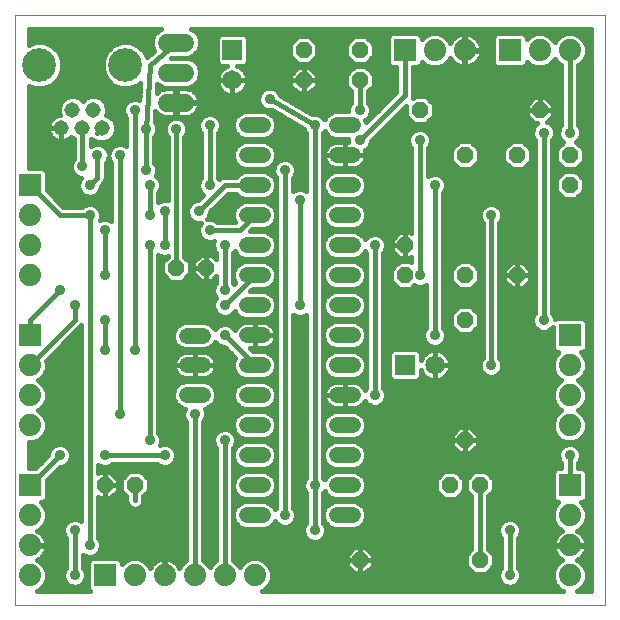
<source format=gbl>
G75*
G70*
%OFA0B0*%
%FSLAX24Y24*%
%IPPOS*%
%LPD*%
%AMOC8*
5,1,8,0,0,1.08239X$1,22.5*
%
%ADD10C,0.0000*%
%ADD11C,0.0520*%
%ADD12C,0.0515*%
%ADD13C,0.1122*%
%ADD14R,0.0740X0.0740*%
%ADD15C,0.0740*%
%ADD16C,0.0600*%
%ADD17OC8,0.0520*%
%ADD18R,0.0650X0.0650*%
%ADD19C,0.0650*%
%ADD20C,0.0160*%
%ADD21C,0.0357*%
D10*
X000181Y000181D02*
X000181Y019866D01*
X019866Y019866D01*
X019866Y000181D01*
X000181Y000181D01*
D11*
X005921Y007197D02*
X006441Y007197D01*
X006441Y008181D02*
X005921Y008181D01*
X005921Y009166D02*
X006441Y009166D01*
X007921Y009181D02*
X008441Y009181D01*
X008441Y008181D02*
X007921Y008181D01*
X007921Y007181D02*
X008441Y007181D01*
X008441Y006181D02*
X007921Y006181D01*
X007921Y005181D02*
X008441Y005181D01*
X008441Y004181D02*
X007921Y004181D01*
X007921Y003181D02*
X008441Y003181D01*
X010921Y003181D02*
X011441Y003181D01*
X011441Y004181D02*
X010921Y004181D01*
X010921Y005181D02*
X011441Y005181D01*
X011441Y006181D02*
X010921Y006181D01*
X010921Y007181D02*
X011441Y007181D01*
X011441Y008181D02*
X010921Y008181D01*
X010921Y009181D02*
X011441Y009181D01*
X011441Y010181D02*
X010921Y010181D01*
X010921Y011181D02*
X011441Y011181D01*
X011441Y012181D02*
X010921Y012181D01*
X010921Y013181D02*
X011441Y013181D01*
X011441Y014181D02*
X010921Y014181D01*
X010921Y015181D02*
X011441Y015181D01*
X011441Y016181D02*
X010921Y016181D01*
X008441Y016181D02*
X007921Y016181D01*
X007921Y015181D02*
X008441Y015181D01*
X008441Y014181D02*
X007921Y014181D01*
X007921Y013181D02*
X008441Y013181D01*
X008441Y012181D02*
X007921Y012181D01*
X007921Y011181D02*
X008441Y011181D01*
X008441Y010181D02*
X007921Y010181D01*
D12*
X003101Y016081D03*
X002431Y016081D03*
X002101Y016701D03*
X002791Y016701D03*
X001731Y016081D03*
D13*
X000994Y018181D03*
X003868Y018181D03*
D14*
X000681Y014181D03*
X000681Y009181D03*
X000681Y004181D03*
X003181Y001181D03*
X018681Y004181D03*
X018681Y009181D03*
X016681Y018681D03*
X013181Y018681D03*
D15*
X014181Y018681D03*
X015181Y018681D03*
X017681Y018681D03*
X018681Y018681D03*
X018681Y008181D03*
X018681Y007181D03*
X018681Y006181D03*
X018681Y003181D03*
X018681Y002181D03*
X018681Y001181D03*
X008181Y001181D03*
X007181Y001181D03*
X006181Y001181D03*
X005181Y001181D03*
X004181Y001181D03*
X000681Y001181D03*
X000681Y002181D03*
X000681Y003181D03*
X000681Y006181D03*
X000681Y007181D03*
X000681Y008181D03*
X000681Y011181D03*
X000681Y012181D03*
X000681Y013181D03*
D16*
X005256Y016931D02*
X005856Y016931D01*
X005856Y017931D02*
X005256Y017931D01*
X005256Y018931D02*
X005856Y018931D01*
D17*
X009806Y018681D03*
X009806Y017681D03*
X011681Y017681D03*
X011681Y018681D03*
X013681Y016681D03*
X015181Y015181D03*
X016931Y015181D03*
X017681Y016681D03*
X018681Y015181D03*
X018681Y014181D03*
X016931Y011181D03*
X015181Y011181D03*
X015181Y009681D03*
X013181Y011181D03*
X013181Y012181D03*
X015181Y005681D03*
X014681Y004181D03*
X015681Y004181D03*
X015681Y001681D03*
X011681Y001681D03*
X004181Y004181D03*
X003181Y004181D03*
X005556Y011431D03*
X006556Y011431D03*
D18*
X013181Y008181D03*
X007431Y018681D03*
D19*
X007431Y017681D03*
X014181Y008181D03*
D20*
X014182Y008181D01*
X014182Y008182D01*
X014686Y008182D01*
X014686Y008221D01*
X014674Y008300D01*
X014649Y008375D01*
X014613Y008446D01*
X014567Y008510D01*
X014510Y008567D01*
X014446Y008613D01*
X014375Y008649D01*
X014300Y008674D01*
X014221Y008686D01*
X014182Y008686D01*
X014182Y008182D01*
X014181Y008182D01*
X014181Y008686D01*
X014142Y008686D01*
X014063Y008674D01*
X013988Y008649D01*
X013917Y008613D01*
X013852Y008567D01*
X013796Y008510D01*
X013749Y008446D01*
X013713Y008375D01*
X013706Y008353D01*
X013706Y008589D01*
X013589Y008706D01*
X012774Y008706D01*
X012656Y008589D01*
X012656Y007774D01*
X012774Y007656D01*
X013589Y007656D01*
X013706Y007774D01*
X013706Y008009D01*
X013713Y007988D01*
X013749Y007917D01*
X013796Y007852D01*
X013852Y007796D01*
X013917Y007749D01*
X013988Y007713D01*
X014063Y007689D01*
X014142Y007676D01*
X014181Y007676D01*
X014181Y008181D01*
X014182Y008181D02*
X014182Y007676D01*
X014221Y007676D01*
X014300Y007689D01*
X014375Y007713D01*
X014446Y007749D01*
X014510Y007796D01*
X014567Y007852D01*
X014613Y007917D01*
X014649Y007988D01*
X014674Y008063D01*
X014686Y008142D01*
X014686Y008181D01*
X014182Y008181D01*
X014181Y008109D02*
X014182Y008109D01*
X014181Y008267D02*
X014182Y008267D01*
X014181Y008426D02*
X014182Y008426D01*
X014181Y008584D02*
X014182Y008584D01*
X014106Y008803D02*
X014257Y008803D01*
X014396Y008861D01*
X014502Y008967D01*
X014560Y009106D01*
X014560Y009257D01*
X014502Y009396D01*
X014461Y009437D01*
X014461Y013926D01*
X014502Y013967D01*
X014560Y014106D01*
X014560Y014257D01*
X014502Y014396D01*
X014396Y014502D01*
X014257Y014560D01*
X014106Y014560D01*
X013967Y014502D01*
X013961Y014496D01*
X013961Y015426D01*
X014002Y015467D01*
X014060Y015606D01*
X014060Y015757D01*
X014002Y015896D01*
X013896Y016002D01*
X013757Y016060D01*
X013606Y016060D01*
X013467Y016002D01*
X013361Y015896D01*
X013303Y015757D01*
X013303Y015606D01*
X013361Y015467D01*
X013401Y015426D01*
X013401Y012584D01*
X013364Y012621D01*
X013182Y012621D01*
X013182Y012182D01*
X013181Y012182D01*
X013181Y012621D01*
X012999Y012621D01*
X012741Y012364D01*
X012741Y012182D01*
X013181Y012182D01*
X013181Y012181D01*
X013182Y012181D01*
X013182Y011741D01*
X013364Y011741D01*
X013401Y011779D01*
X013401Y011612D01*
X013372Y011641D01*
X012991Y011641D01*
X012721Y011372D01*
X012721Y010991D01*
X012991Y010721D01*
X013372Y010721D01*
X013498Y010848D01*
X013606Y010803D01*
X013757Y010803D01*
X013896Y010861D01*
X013901Y010866D01*
X013901Y009437D01*
X013861Y009396D01*
X013803Y009257D01*
X013803Y009106D01*
X013861Y008967D01*
X013967Y008861D01*
X014106Y008803D01*
X013926Y008901D02*
X012461Y008901D01*
X012461Y008743D02*
X015776Y008743D01*
X015776Y008901D02*
X014436Y008901D01*
X014541Y009060D02*
X015776Y009060D01*
X015776Y009218D02*
X014560Y009218D01*
X014510Y009377D02*
X014835Y009377D01*
X014721Y009491D02*
X014991Y009221D01*
X015372Y009221D01*
X015641Y009491D01*
X015641Y009872D01*
X015372Y010141D01*
X014991Y010141D01*
X014721Y009872D01*
X014721Y009491D01*
X014721Y009535D02*
X014461Y009535D01*
X014461Y009694D02*
X014721Y009694D01*
X014721Y009853D02*
X014461Y009853D01*
X014461Y010011D02*
X014861Y010011D01*
X014461Y010170D02*
X015776Y010170D01*
X015776Y010328D02*
X014461Y010328D01*
X014461Y010487D02*
X015776Y010487D01*
X015776Y010645D02*
X014461Y010645D01*
X014461Y010804D02*
X014908Y010804D01*
X014991Y010721D02*
X014721Y010991D01*
X014721Y011372D01*
X014991Y011641D01*
X015372Y011641D01*
X015641Y011372D01*
X015641Y010991D01*
X015372Y010721D01*
X014991Y010721D01*
X014750Y010962D02*
X014461Y010962D01*
X014461Y011121D02*
X014721Y011121D01*
X014721Y011279D02*
X014461Y011279D01*
X014461Y011438D02*
X014787Y011438D01*
X014946Y011597D02*
X014461Y011597D01*
X014461Y011755D02*
X015776Y011755D01*
X015776Y011597D02*
X015417Y011597D01*
X015575Y011438D02*
X015776Y011438D01*
X015776Y011279D02*
X015641Y011279D01*
X015641Y011121D02*
X015776Y011121D01*
X015776Y010962D02*
X015613Y010962D01*
X015454Y010804D02*
X015776Y010804D01*
X016336Y010804D02*
X016687Y010804D01*
X016749Y010741D02*
X016491Y010999D01*
X016491Y011181D01*
X016931Y011181D01*
X016931Y011182D01*
X016931Y011621D01*
X016749Y011621D01*
X016491Y011364D01*
X016491Y011182D01*
X016931Y011182D01*
X016932Y011182D01*
X016932Y011621D01*
X017114Y011621D01*
X017371Y011364D01*
X017371Y011182D01*
X016932Y011182D01*
X016932Y011181D01*
X017371Y011181D01*
X017371Y010999D01*
X017114Y010741D01*
X016932Y010741D01*
X016932Y011181D01*
X016931Y011181D01*
X016931Y010741D01*
X016749Y010741D01*
X016931Y010804D02*
X016932Y010804D01*
X016931Y010962D02*
X016932Y010962D01*
X016931Y011121D02*
X016932Y011121D01*
X016931Y011279D02*
X016932Y011279D01*
X016931Y011438D02*
X016932Y011438D01*
X016931Y011597D02*
X016932Y011597D01*
X017138Y011597D02*
X017526Y011597D01*
X017526Y011755D02*
X016336Y011755D01*
X016336Y011597D02*
X016724Y011597D01*
X016566Y011438D02*
X016336Y011438D01*
X016336Y011279D02*
X016491Y011279D01*
X016491Y011121D02*
X016336Y011121D01*
X016336Y010962D02*
X016528Y010962D01*
X016336Y010645D02*
X017526Y010645D01*
X017526Y010487D02*
X016336Y010487D01*
X016336Y010328D02*
X017526Y010328D01*
X017526Y010170D02*
X016336Y010170D01*
X016336Y010011D02*
X017526Y010011D01*
X017526Y009937D02*
X017486Y009896D01*
X017428Y009757D01*
X017428Y009606D01*
X017486Y009467D01*
X017592Y009361D01*
X017731Y009303D01*
X017882Y009303D01*
X018021Y009361D01*
X018111Y009451D01*
X018111Y008729D01*
X018229Y008611D01*
X018305Y008611D01*
X018198Y008504D01*
X018111Y008295D01*
X018111Y008068D01*
X018198Y007859D01*
X018359Y007698D01*
X018399Y007681D01*
X018359Y007665D01*
X018198Y007504D01*
X018111Y007295D01*
X018111Y007068D01*
X018198Y006859D01*
X018359Y006698D01*
X018399Y006681D01*
X018359Y006665D01*
X018198Y006504D01*
X018111Y006295D01*
X018111Y006068D01*
X018198Y005859D01*
X018359Y005698D01*
X018568Y005611D01*
X018795Y005611D01*
X019004Y005698D01*
X019165Y005859D01*
X019251Y006068D01*
X019251Y006295D01*
X019165Y006504D01*
X019004Y006665D01*
X018964Y006681D01*
X019004Y006698D01*
X019165Y006859D01*
X019251Y007068D01*
X019251Y007295D01*
X019165Y007504D01*
X019004Y007665D01*
X018964Y007681D01*
X019004Y007698D01*
X019165Y007859D01*
X019251Y008068D01*
X019251Y008295D01*
X019165Y008504D01*
X019057Y008611D01*
X019134Y008611D01*
X019251Y008729D01*
X019251Y009634D01*
X019134Y009751D01*
X018229Y009751D01*
X018185Y009708D01*
X018185Y009757D01*
X018127Y009896D01*
X018086Y009937D01*
X018086Y015676D01*
X018127Y015717D01*
X018185Y015856D01*
X018185Y016007D01*
X018127Y016146D01*
X018021Y016252D01*
X017917Y016295D01*
X018121Y016499D01*
X018121Y016681D01*
X017682Y016681D01*
X017682Y016682D01*
X017681Y016682D01*
X017681Y017121D01*
X017499Y017121D01*
X017241Y016864D01*
X017241Y016682D01*
X017681Y016682D01*
X017681Y016681D01*
X017241Y016681D01*
X017241Y016499D01*
X017499Y016241D01*
X017581Y016241D01*
X017486Y016146D01*
X017428Y016007D01*
X017428Y015856D01*
X017486Y015717D01*
X017526Y015676D01*
X017526Y009937D01*
X017468Y009853D02*
X016336Y009853D01*
X016336Y009694D02*
X017428Y009694D01*
X017457Y009535D02*
X016336Y009535D01*
X016336Y009377D02*
X017576Y009377D01*
X017806Y009681D02*
X017806Y015931D01*
X018079Y016194D02*
X018401Y016194D01*
X018401Y016187D02*
X018361Y016146D01*
X018303Y016007D01*
X018303Y015856D01*
X018361Y015717D01*
X018464Y015614D01*
X018221Y015372D01*
X018221Y014991D01*
X018491Y014721D01*
X018872Y014721D01*
X019141Y014991D01*
X019141Y015372D01*
X018899Y015614D01*
X019002Y015717D01*
X019060Y015856D01*
X019060Y016007D01*
X019002Y016146D01*
X018961Y016187D01*
X018961Y018180D01*
X019004Y018198D01*
X019165Y018359D01*
X019251Y018568D01*
X019251Y018795D01*
X019165Y019004D01*
X019004Y019165D01*
X018795Y019251D01*
X018568Y019251D01*
X018359Y019165D01*
X018198Y019004D01*
X018181Y018964D01*
X018165Y019004D01*
X018004Y019165D01*
X017795Y019251D01*
X017568Y019251D01*
X017359Y019165D01*
X017251Y019057D01*
X017251Y019134D01*
X017134Y019251D01*
X016229Y019251D01*
X016111Y019134D01*
X016111Y018229D01*
X016229Y018111D01*
X017134Y018111D01*
X017251Y018229D01*
X017251Y018305D01*
X017359Y018198D01*
X017568Y018111D01*
X017795Y018111D01*
X018004Y018198D01*
X018165Y018359D01*
X018181Y018399D01*
X018198Y018359D01*
X018359Y018198D01*
X018401Y018180D01*
X018401Y016187D01*
X018401Y016353D02*
X017975Y016353D01*
X018121Y016511D02*
X018401Y016511D01*
X018401Y016670D02*
X018121Y016670D01*
X018121Y016682D02*
X018121Y016864D01*
X017864Y017121D01*
X017682Y017121D01*
X017682Y016682D01*
X018121Y016682D01*
X018121Y016828D02*
X018401Y016828D01*
X018401Y016987D02*
X017998Y016987D01*
X017682Y016987D02*
X017681Y016987D01*
X017681Y016828D02*
X017682Y016828D01*
X017365Y016987D02*
X014026Y016987D01*
X014141Y016872D02*
X013872Y017141D01*
X013491Y017141D01*
X013452Y017102D01*
X013461Y017126D01*
X013461Y017237D01*
X013461Y018111D01*
X013634Y018111D01*
X013751Y018229D01*
X013751Y018305D01*
X013859Y018198D01*
X014068Y018111D01*
X014295Y018111D01*
X014504Y018198D01*
X014665Y018359D01*
X014693Y018428D01*
X014711Y018393D01*
X014762Y018323D01*
X014823Y018262D01*
X014893Y018211D01*
X014970Y018172D01*
X015053Y018145D01*
X015138Y018131D01*
X015161Y018131D01*
X015161Y018661D01*
X015201Y018661D01*
X015201Y018131D01*
X015225Y018131D01*
X015310Y018145D01*
X015393Y018172D01*
X015470Y018211D01*
X015540Y018262D01*
X015601Y018323D01*
X015652Y018393D01*
X015691Y018470D01*
X015718Y018553D01*
X015731Y018638D01*
X015731Y018661D01*
X015202Y018661D01*
X015202Y018701D01*
X015731Y018701D01*
X015731Y018725D01*
X015718Y018810D01*
X015691Y018893D01*
X015652Y018970D01*
X015601Y019040D01*
X015540Y019101D01*
X015470Y019152D01*
X015393Y019191D01*
X015310Y019218D01*
X015225Y019231D01*
X015201Y019231D01*
X015201Y018702D01*
X015161Y018702D01*
X015161Y019231D01*
X015138Y019231D01*
X015053Y019218D01*
X014970Y019191D01*
X014893Y019152D01*
X014823Y019101D01*
X014762Y019040D01*
X014711Y018970D01*
X014693Y018935D01*
X014665Y019004D01*
X014504Y019165D01*
X014295Y019251D01*
X014068Y019251D01*
X013859Y019165D01*
X013751Y019057D01*
X013751Y019134D01*
X013634Y019251D01*
X012729Y019251D01*
X012611Y019134D01*
X012611Y018229D01*
X012729Y018111D01*
X012901Y018111D01*
X012901Y017297D01*
X011894Y016290D01*
X011870Y016350D01*
X011896Y016361D01*
X012002Y016467D01*
X012060Y016606D01*
X012060Y016757D01*
X012002Y016896D01*
X011961Y016937D01*
X011961Y017311D01*
X012141Y017491D01*
X012141Y017872D01*
X011872Y018141D01*
X011491Y018141D01*
X011221Y017872D01*
X011221Y017491D01*
X011401Y017311D01*
X011401Y016937D01*
X011361Y016896D01*
X011303Y016757D01*
X011303Y016641D01*
X010830Y016641D01*
X010661Y016571D01*
X010531Y016442D01*
X010507Y016384D01*
X010502Y016396D01*
X010396Y016502D01*
X010257Y016560D01*
X010106Y016560D01*
X010096Y016556D01*
X009044Y017169D01*
X009002Y017271D01*
X008896Y017377D01*
X008757Y017435D01*
X008606Y017435D01*
X008467Y017377D01*
X008361Y017271D01*
X008303Y017132D01*
X008303Y016981D01*
X008361Y016842D01*
X008467Y016736D01*
X008606Y016678D01*
X008757Y016678D01*
X008767Y016682D01*
X009818Y016069D01*
X009861Y015967D01*
X009901Y015926D01*
X009901Y013996D01*
X009896Y014002D01*
X009757Y014060D01*
X009606Y014060D01*
X009467Y014002D01*
X009461Y013996D01*
X009461Y014426D01*
X009502Y014467D01*
X009560Y014606D01*
X009560Y014757D01*
X009502Y014896D01*
X009396Y015002D01*
X009257Y015060D01*
X009106Y015060D01*
X008967Y015002D01*
X008861Y014896D01*
X008803Y014757D01*
X008803Y014606D01*
X008861Y014467D01*
X008901Y014426D01*
X008901Y003437D01*
X008861Y003396D01*
X008856Y003384D01*
X008831Y003442D01*
X008702Y003571D01*
X008533Y003641D01*
X007830Y003641D01*
X007661Y003571D01*
X007531Y003442D01*
X007461Y003273D01*
X007461Y003090D01*
X007531Y002921D01*
X007661Y002791D01*
X007830Y002721D01*
X008533Y002721D01*
X008702Y002791D01*
X008831Y002921D01*
X008856Y002979D01*
X008861Y002967D01*
X008967Y002861D01*
X009106Y002803D01*
X009257Y002803D01*
X009396Y002861D01*
X009502Y002967D01*
X009560Y003106D01*
X009560Y003257D01*
X009502Y003396D01*
X009461Y003437D01*
X009461Y009866D01*
X009467Y009861D01*
X009606Y009803D01*
X009757Y009803D01*
X009896Y009861D01*
X009901Y009866D01*
X009901Y004437D01*
X009861Y004396D01*
X009803Y004257D01*
X009803Y004106D01*
X009861Y003967D01*
X009901Y003926D01*
X009901Y002937D01*
X009861Y002896D01*
X009803Y002757D01*
X009803Y002606D01*
X009861Y002467D01*
X009967Y002361D01*
X010106Y002303D01*
X010257Y002303D01*
X010396Y002361D01*
X010502Y002467D01*
X010560Y002606D01*
X010560Y002757D01*
X010502Y002896D01*
X010461Y002937D01*
X010461Y003926D01*
X010502Y003967D01*
X010507Y003979D01*
X010531Y003921D01*
X010661Y003791D01*
X010830Y003721D01*
X011533Y003721D01*
X011702Y003791D01*
X011831Y003921D01*
X011901Y004090D01*
X011901Y004273D01*
X011831Y004442D01*
X011702Y004571D01*
X011533Y004641D01*
X010830Y004641D01*
X010661Y004571D01*
X010531Y004442D01*
X010507Y004384D01*
X010502Y004396D01*
X010461Y004437D01*
X010461Y015926D01*
X010502Y015967D01*
X010507Y015979D01*
X010531Y015921D01*
X010661Y015791D01*
X010830Y015721D01*
X011303Y015721D01*
X011303Y015621D01*
X011182Y015621D01*
X011182Y015182D01*
X011881Y015182D01*
X011881Y015216D01*
X011871Y015284D01*
X011852Y015342D01*
X011896Y015361D01*
X012002Y015467D01*
X012060Y015606D01*
X012060Y015664D01*
X013221Y016826D01*
X013221Y016491D01*
X013491Y016221D01*
X013872Y016221D01*
X014141Y016491D01*
X014141Y016872D01*
X014141Y016828D02*
X017241Y016828D01*
X017241Y016670D02*
X014141Y016670D01*
X014141Y016511D02*
X017241Y016511D01*
X017388Y016353D02*
X014003Y016353D01*
X013815Y016036D02*
X017440Y016036D01*
X017428Y015877D02*
X014010Y015877D01*
X014060Y015719D02*
X017485Y015719D01*
X017526Y015560D02*
X017203Y015560D01*
X017122Y015641D02*
X017391Y015372D01*
X017391Y014991D01*
X017122Y014721D01*
X016741Y014721D01*
X016471Y014991D01*
X016471Y015372D01*
X016741Y015641D01*
X017122Y015641D01*
X017362Y015402D02*
X017526Y015402D01*
X017526Y015243D02*
X017391Y015243D01*
X017391Y015084D02*
X017526Y015084D01*
X017526Y014926D02*
X017326Y014926D01*
X017168Y014767D02*
X017526Y014767D01*
X017526Y014609D02*
X013961Y014609D01*
X013961Y014767D02*
X014945Y014767D01*
X014991Y014721D02*
X014721Y014991D01*
X014721Y015372D01*
X014991Y015641D01*
X015372Y015641D01*
X015641Y015372D01*
X015641Y014991D01*
X015372Y014721D01*
X014991Y014721D01*
X014786Y014926D02*
X013961Y014926D01*
X013961Y015084D02*
X014721Y015084D01*
X014721Y015243D02*
X013961Y015243D01*
X013961Y015402D02*
X014751Y015402D01*
X014910Y015560D02*
X014041Y015560D01*
X013681Y015681D02*
X013681Y011181D01*
X013604Y010804D02*
X013454Y010804D01*
X013759Y010804D02*
X013901Y010804D01*
X013901Y010645D02*
X012461Y010645D01*
X012461Y010487D02*
X013901Y010487D01*
X013901Y010328D02*
X012461Y010328D01*
X012461Y010170D02*
X013901Y010170D01*
X013901Y010011D02*
X012461Y010011D01*
X012461Y009853D02*
X013901Y009853D01*
X013901Y009694D02*
X012461Y009694D01*
X012461Y009535D02*
X013901Y009535D01*
X013853Y009377D02*
X012461Y009377D01*
X012461Y009218D02*
X013803Y009218D01*
X013822Y009060D02*
X012461Y009060D01*
X012461Y008584D02*
X012656Y008584D01*
X012656Y008426D02*
X012461Y008426D01*
X012461Y008267D02*
X012656Y008267D01*
X012656Y008109D02*
X012461Y008109D01*
X012461Y007950D02*
X012656Y007950D01*
X012656Y007791D02*
X012461Y007791D01*
X012461Y007633D02*
X018327Y007633D01*
X018265Y007791D02*
X014504Y007791D01*
X014630Y007950D02*
X015753Y007950D01*
X015736Y007967D02*
X015842Y007861D01*
X015981Y007803D01*
X016132Y007803D01*
X016271Y007861D01*
X016377Y007967D01*
X016435Y008106D01*
X016435Y008257D01*
X016377Y008396D01*
X016336Y008437D01*
X016336Y012926D01*
X016377Y012967D01*
X016435Y013106D01*
X016435Y013257D01*
X016377Y013396D01*
X016271Y013502D01*
X016132Y013560D01*
X015981Y013560D01*
X015842Y013502D01*
X015736Y013396D01*
X015678Y013257D01*
X015678Y013106D01*
X015736Y012967D01*
X015776Y012926D01*
X015776Y008437D01*
X015736Y008396D01*
X015678Y008257D01*
X015678Y008106D01*
X015736Y007967D01*
X015678Y008109D02*
X014681Y008109D01*
X014679Y008267D02*
X015682Y008267D01*
X015766Y008426D02*
X014624Y008426D01*
X014486Y008584D02*
X015776Y008584D01*
X016056Y008181D02*
X016056Y013181D01*
X015678Y013182D02*
X014461Y013182D01*
X014461Y013341D02*
X015713Y013341D01*
X015839Y013499D02*
X014461Y013499D01*
X014461Y013658D02*
X017526Y013658D01*
X017526Y013816D02*
X014461Y013816D01*
X014505Y013975D02*
X017526Y013975D01*
X017526Y014133D02*
X014560Y014133D01*
X014545Y014292D02*
X017526Y014292D01*
X017526Y014450D02*
X014448Y014450D01*
X014181Y014181D02*
X014181Y009181D01*
X013877Y008584D02*
X013706Y008584D01*
X013706Y008426D02*
X013739Y008426D01*
X013733Y007950D02*
X013706Y007950D01*
X013706Y007791D02*
X013859Y007791D01*
X014181Y007791D02*
X014182Y007791D01*
X014181Y007950D02*
X014182Y007950D01*
X015527Y009377D02*
X015776Y009377D01*
X015776Y009535D02*
X015641Y009535D01*
X015641Y009694D02*
X015776Y009694D01*
X015776Y009853D02*
X015641Y009853D01*
X015776Y010011D02*
X015502Y010011D01*
X016336Y009218D02*
X018111Y009218D01*
X018111Y009060D02*
X016336Y009060D01*
X016336Y008901D02*
X018111Y008901D01*
X018111Y008743D02*
X016336Y008743D01*
X016336Y008584D02*
X018278Y008584D01*
X018166Y008426D02*
X016347Y008426D01*
X016431Y008267D02*
X018111Y008267D01*
X018111Y008109D02*
X016435Y008109D01*
X016360Y007950D02*
X018160Y007950D01*
X018186Y007474D02*
X012461Y007474D01*
X012461Y007437D02*
X012461Y011926D01*
X012502Y011967D01*
X012560Y012106D01*
X012560Y012257D01*
X012502Y012396D01*
X012396Y012502D01*
X012257Y012560D01*
X012106Y012560D01*
X011967Y012502D01*
X011861Y012396D01*
X011856Y012384D01*
X011831Y012442D01*
X011702Y012571D01*
X011533Y012641D01*
X010830Y012641D01*
X010661Y012571D01*
X010531Y012442D01*
X010461Y012273D01*
X010461Y012090D01*
X010531Y011921D01*
X010661Y011791D01*
X010830Y011721D01*
X011533Y011721D01*
X011702Y011791D01*
X011831Y011921D01*
X011856Y011979D01*
X011861Y011967D01*
X011901Y011926D01*
X011901Y007437D01*
X011861Y007396D01*
X011845Y007358D01*
X011818Y007412D01*
X011777Y007468D01*
X011728Y007517D01*
X011672Y007558D01*
X011610Y007589D01*
X011544Y007611D01*
X011476Y007621D01*
X011182Y007621D01*
X011182Y007182D01*
X011181Y007182D01*
X011181Y007621D01*
X010887Y007621D01*
X010818Y007611D01*
X010752Y007589D01*
X010691Y007558D01*
X010635Y007517D01*
X010586Y007468D01*
X010545Y007412D01*
X010514Y007350D01*
X010492Y007284D01*
X010481Y007216D01*
X010481Y007182D01*
X011181Y007182D01*
X011181Y007181D01*
X011182Y007181D01*
X011182Y006741D01*
X011476Y006741D01*
X011544Y006752D01*
X011610Y006774D01*
X011672Y006805D01*
X011728Y006846D01*
X011777Y006895D01*
X011818Y006951D01*
X011845Y007005D01*
X011861Y006967D01*
X011967Y006861D01*
X012106Y006803D01*
X012257Y006803D01*
X012396Y006861D01*
X012502Y006967D01*
X012560Y007106D01*
X012560Y007257D01*
X012502Y007396D01*
X012461Y007437D01*
X012535Y007316D02*
X018120Y007316D01*
X018111Y007157D02*
X012560Y007157D01*
X012515Y006999D02*
X018140Y006999D01*
X018216Y006840D02*
X012347Y006840D01*
X012016Y006840D02*
X011720Y006840D01*
X011842Y006999D02*
X011847Y006999D01*
X012181Y007181D02*
X012181Y012181D01*
X011858Y012389D02*
X011853Y012389D01*
X011726Y012548D02*
X012077Y012548D01*
X012286Y012548D02*
X012926Y012548D01*
X012767Y012389D02*
X012505Y012389D01*
X012560Y012231D02*
X012741Y012231D01*
X012741Y012181D02*
X012741Y011999D01*
X012999Y011741D01*
X013181Y011741D01*
X013181Y012181D01*
X012741Y012181D01*
X012741Y012072D02*
X012546Y012072D01*
X012461Y011914D02*
X012827Y011914D01*
X012986Y011755D02*
X012461Y011755D01*
X012461Y011597D02*
X012946Y011597D01*
X012787Y011438D02*
X012461Y011438D01*
X012461Y011279D02*
X012721Y011279D01*
X012721Y011121D02*
X012461Y011121D01*
X012461Y010962D02*
X012750Y010962D01*
X012908Y010804D02*
X012461Y010804D01*
X011901Y010804D02*
X011714Y010804D01*
X011702Y010791D02*
X011831Y010921D01*
X011901Y011090D01*
X011901Y011273D01*
X011831Y011442D01*
X011702Y011571D01*
X011533Y011641D01*
X010830Y011641D01*
X010661Y011571D01*
X010531Y011442D01*
X010461Y011273D01*
X010461Y011090D01*
X010531Y010921D01*
X010661Y010791D01*
X010830Y010721D01*
X011533Y010721D01*
X011702Y010791D01*
X011702Y010571D02*
X011533Y010641D01*
X010830Y010641D01*
X010661Y010571D01*
X010531Y010442D01*
X010461Y010273D01*
X010461Y010090D01*
X010531Y009921D01*
X010661Y009791D01*
X010830Y009721D01*
X011533Y009721D01*
X011702Y009791D01*
X011831Y009921D01*
X011901Y010090D01*
X011901Y010273D01*
X011831Y010442D01*
X011702Y010571D01*
X011787Y010487D02*
X011901Y010487D01*
X011901Y010645D02*
X010461Y010645D01*
X010461Y010487D02*
X010576Y010487D01*
X010484Y010328D02*
X010461Y010328D01*
X010461Y010170D02*
X010461Y010170D01*
X010461Y010011D02*
X010494Y010011D01*
X010461Y009853D02*
X010600Y009853D01*
X010461Y009694D02*
X011901Y009694D01*
X011901Y009853D02*
X011763Y009853D01*
X011869Y010011D02*
X011901Y010011D01*
X011901Y010170D02*
X011901Y010170D01*
X011901Y010328D02*
X011879Y010328D01*
X011849Y010962D02*
X011901Y010962D01*
X011901Y011121D02*
X011901Y011121D01*
X011899Y011279D02*
X011901Y011279D01*
X011901Y011438D02*
X011833Y011438D01*
X011901Y011597D02*
X011641Y011597D01*
X011614Y011755D02*
X011901Y011755D01*
X011901Y011914D02*
X011824Y011914D01*
X011533Y012721D02*
X011702Y012791D01*
X011831Y012921D01*
X011901Y013090D01*
X011901Y013273D01*
X011831Y013442D01*
X011702Y013571D01*
X011533Y013641D01*
X010830Y013641D01*
X010661Y013571D01*
X010531Y013442D01*
X010461Y013273D01*
X010461Y013090D01*
X010531Y012921D01*
X010661Y012791D01*
X010830Y012721D01*
X011533Y012721D01*
X011775Y012865D02*
X013401Y012865D01*
X013401Y013023D02*
X011874Y013023D01*
X011901Y013182D02*
X013401Y013182D01*
X013401Y013341D02*
X011873Y013341D01*
X011774Y013499D02*
X013401Y013499D01*
X013401Y013658D02*
X010461Y013658D01*
X010461Y013816D02*
X010636Y013816D01*
X010661Y013791D02*
X010830Y013721D01*
X011533Y013721D01*
X011702Y013791D01*
X011831Y013921D01*
X011901Y014090D01*
X011901Y014273D01*
X011831Y014442D01*
X011702Y014571D01*
X011533Y014641D01*
X010830Y014641D01*
X010661Y014571D01*
X010531Y014442D01*
X010461Y014273D01*
X010461Y014090D01*
X010531Y013921D01*
X010661Y013791D01*
X010509Y013975D02*
X010461Y013975D01*
X010461Y014133D02*
X010461Y014133D01*
X010461Y014292D02*
X010469Y014292D01*
X010461Y014450D02*
X010540Y014450D01*
X010461Y014609D02*
X010751Y014609D01*
X010818Y014752D02*
X010752Y014774D01*
X010691Y014805D01*
X010635Y014846D01*
X010586Y014895D01*
X010545Y014951D01*
X010514Y015012D01*
X010492Y015078D01*
X010481Y015147D01*
X010481Y015181D01*
X011181Y015181D01*
X011182Y015181D01*
X011182Y015182D01*
X011181Y015182D01*
X011181Y015621D01*
X010887Y015621D01*
X010818Y015611D01*
X010752Y015589D01*
X010691Y015558D01*
X010635Y015517D01*
X010586Y015468D01*
X010545Y015412D01*
X010514Y015350D01*
X010492Y015284D01*
X010481Y015216D01*
X010481Y015182D01*
X011181Y015182D01*
X011181Y015181D01*
X011181Y014741D01*
X010887Y014741D01*
X010818Y014752D01*
X010772Y014767D02*
X010461Y014767D01*
X010461Y014926D02*
X010563Y014926D01*
X010491Y015084D02*
X010461Y015084D01*
X010461Y015243D02*
X010486Y015243D01*
X010461Y015402D02*
X010540Y015402D01*
X010461Y015560D02*
X010696Y015560D01*
X010461Y015719D02*
X011303Y015719D01*
X011182Y015560D02*
X011181Y015560D01*
X011181Y015402D02*
X011182Y015402D01*
X011181Y015243D02*
X011182Y015243D01*
X011182Y015181D02*
X011881Y015181D01*
X011881Y015147D01*
X011871Y015078D01*
X011849Y015012D01*
X011818Y014951D01*
X011777Y014895D01*
X011728Y014846D01*
X011672Y014805D01*
X011610Y014774D01*
X011544Y014752D01*
X011476Y014741D01*
X011182Y014741D01*
X011182Y015181D01*
X011181Y015084D02*
X011182Y015084D01*
X011181Y014926D02*
X011182Y014926D01*
X011181Y014767D02*
X011182Y014767D01*
X011591Y014767D02*
X013401Y014767D01*
X013401Y014609D02*
X011611Y014609D01*
X011823Y014450D02*
X013401Y014450D01*
X013401Y014292D02*
X011894Y014292D01*
X011901Y014133D02*
X013401Y014133D01*
X013401Y013975D02*
X011854Y013975D01*
X011727Y013816D02*
X013401Y013816D01*
X013401Y012706D02*
X010461Y012706D01*
X010461Y012548D02*
X010637Y012548D01*
X010510Y012389D02*
X010461Y012389D01*
X010461Y012231D02*
X010461Y012231D01*
X010461Y012072D02*
X010469Y012072D01*
X010461Y011914D02*
X010539Y011914D01*
X010461Y011755D02*
X010749Y011755D01*
X010722Y011597D02*
X010461Y011597D01*
X010461Y011438D02*
X010530Y011438D01*
X010464Y011279D02*
X010461Y011279D01*
X010461Y011121D02*
X010461Y011121D01*
X010461Y010962D02*
X010514Y010962D01*
X010461Y010804D02*
X010648Y010804D01*
X009681Y010181D02*
X009681Y013681D01*
X009461Y014133D02*
X009901Y014133D01*
X009901Y014292D02*
X009461Y014292D01*
X009485Y014450D02*
X009901Y014450D01*
X009901Y014609D02*
X009560Y014609D01*
X009555Y014767D02*
X009901Y014767D01*
X009901Y014926D02*
X009472Y014926D01*
X009181Y014681D02*
X009181Y003181D01*
X008951Y002877D02*
X008787Y002877D01*
X008762Y003511D02*
X008901Y003511D01*
X008901Y003669D02*
X007461Y003669D01*
X007461Y003511D02*
X007600Y003511D01*
X007494Y003352D02*
X007461Y003352D01*
X007461Y003194D02*
X007461Y003194D01*
X007461Y003035D02*
X007484Y003035D01*
X007461Y002877D02*
X007576Y002877D01*
X007461Y002718D02*
X009803Y002718D01*
X009822Y002560D02*
X007461Y002560D01*
X007461Y002401D02*
X009927Y002401D01*
X010181Y002681D02*
X010181Y004181D01*
X010181Y016181D01*
X008681Y017056D01*
X008394Y017304D02*
X007768Y017304D01*
X007760Y017296D02*
X007817Y017352D01*
X007863Y017417D01*
X007899Y017488D01*
X007924Y017563D01*
X007936Y017642D01*
X007936Y017681D01*
X007432Y017681D01*
X007432Y017682D01*
X007936Y017682D01*
X007936Y017721D01*
X007924Y017800D01*
X007899Y017875D01*
X007863Y017946D01*
X007817Y018010D01*
X007760Y018067D01*
X007696Y018113D01*
X007625Y018149D01*
X007603Y018156D01*
X007839Y018156D01*
X007956Y018274D01*
X007956Y019089D01*
X007839Y019206D01*
X007024Y019206D01*
X006906Y019089D01*
X006906Y018274D01*
X007024Y018156D01*
X007259Y018156D01*
X007238Y018149D01*
X007167Y018113D01*
X007102Y018067D01*
X007046Y018010D01*
X006999Y017946D01*
X006963Y017875D01*
X006939Y017800D01*
X006926Y017721D01*
X006926Y017682D01*
X007431Y017682D01*
X007431Y017681D01*
X006926Y017681D01*
X006926Y017642D01*
X006939Y017563D01*
X006963Y017488D01*
X006999Y017417D01*
X007046Y017352D01*
X007102Y017296D01*
X007167Y017249D01*
X007238Y017213D01*
X007313Y017189D01*
X007392Y017176D01*
X007431Y017176D01*
X007431Y017681D01*
X007432Y017681D01*
X007432Y017176D01*
X007471Y017176D01*
X007550Y017189D01*
X007625Y017213D01*
X007696Y017249D01*
X007760Y017296D01*
X007887Y017463D02*
X009403Y017463D01*
X009366Y017499D02*
X009366Y017681D01*
X009806Y017681D01*
X009806Y017682D01*
X009806Y018121D01*
X009624Y018121D01*
X009366Y017864D01*
X009366Y017682D01*
X009806Y017682D01*
X009807Y017682D01*
X009807Y018121D01*
X009989Y018121D01*
X010246Y017864D01*
X010246Y017682D01*
X009807Y017682D01*
X009807Y017681D01*
X010246Y017681D01*
X010246Y017499D01*
X009989Y017241D01*
X009807Y017241D01*
X009807Y017681D01*
X009806Y017681D01*
X009806Y017241D01*
X009624Y017241D01*
X009366Y017499D01*
X009366Y017621D02*
X007933Y017621D01*
X007927Y017780D02*
X009366Y017780D01*
X009441Y017938D02*
X007867Y017938D01*
X007719Y018097D02*
X009600Y018097D01*
X009616Y018221D02*
X009997Y018221D01*
X010266Y018491D01*
X010266Y018872D01*
X009997Y019141D01*
X009616Y019141D01*
X009346Y018872D01*
X009346Y018491D01*
X009616Y018221D01*
X009582Y018255D02*
X007938Y018255D01*
X007956Y018414D02*
X009423Y018414D01*
X009346Y018572D02*
X007956Y018572D01*
X007956Y018731D02*
X009346Y018731D01*
X009364Y018890D02*
X007956Y018890D01*
X007956Y019048D02*
X009523Y019048D01*
X010090Y019048D02*
X011398Y019048D01*
X011491Y019141D02*
X011221Y018872D01*
X011221Y018491D01*
X011491Y018221D01*
X011872Y018221D01*
X012141Y018491D01*
X012141Y018872D01*
X011872Y019141D01*
X011491Y019141D01*
X011239Y018890D02*
X010249Y018890D01*
X010266Y018731D02*
X011221Y018731D01*
X011221Y018572D02*
X010266Y018572D01*
X010189Y018414D02*
X011298Y018414D01*
X011457Y018255D02*
X010031Y018255D01*
X010013Y018097D02*
X011446Y018097D01*
X011288Y017938D02*
X010172Y017938D01*
X010246Y017780D02*
X011221Y017780D01*
X011221Y017621D02*
X010246Y017621D01*
X010210Y017463D02*
X011250Y017463D01*
X011401Y017304D02*
X010051Y017304D01*
X009807Y017304D02*
X009806Y017304D01*
X009806Y017463D02*
X009807Y017463D01*
X009806Y017621D02*
X009807Y017621D01*
X009806Y017780D02*
X009807Y017780D01*
X009806Y017938D02*
X009807Y017938D01*
X009806Y018097D02*
X009807Y018097D01*
X009561Y017304D02*
X008969Y017304D01*
X009084Y017146D02*
X011401Y017146D01*
X011401Y016987D02*
X009356Y016987D01*
X009628Y016828D02*
X011333Y016828D01*
X011303Y016670D02*
X009900Y016670D01*
X010374Y016511D02*
X010601Y016511D01*
X010575Y015877D02*
X010461Y015877D01*
X009901Y015877D02*
X008788Y015877D01*
X008831Y015921D02*
X008901Y016090D01*
X008901Y016273D01*
X008831Y016442D01*
X008702Y016571D01*
X008533Y016641D01*
X007830Y016641D01*
X007661Y016571D01*
X007531Y016442D01*
X007461Y016273D01*
X007461Y016090D01*
X007531Y015921D01*
X007661Y015791D01*
X007830Y015721D01*
X008533Y015721D01*
X008702Y015791D01*
X008831Y015921D01*
X008879Y016036D02*
X009832Y016036D01*
X009604Y016194D02*
X008901Y016194D01*
X008868Y016353D02*
X009332Y016353D01*
X009060Y016511D02*
X008762Y016511D01*
X008788Y016670D02*
X006260Y016670D01*
X006267Y016680D02*
X006301Y016747D01*
X006325Y016819D01*
X006336Y016894D01*
X006336Y016911D01*
X005577Y016911D01*
X005577Y016951D01*
X006336Y016951D01*
X006336Y016969D01*
X006325Y017044D01*
X006301Y017116D01*
X006267Y017183D01*
X006223Y017244D01*
X006169Y017298D01*
X006108Y017342D01*
X006041Y017376D01*
X005969Y017400D01*
X005894Y017411D01*
X005576Y017411D01*
X005576Y016952D01*
X005536Y016952D01*
X005536Y017411D01*
X005219Y017411D01*
X005144Y017400D01*
X005072Y017376D01*
X005005Y017342D01*
X004944Y017298D01*
X004908Y017262D01*
X004925Y017556D01*
X004973Y017508D01*
X005157Y017431D01*
X005956Y017431D01*
X006140Y017508D01*
X006280Y017648D01*
X006356Y017832D01*
X006356Y018031D01*
X006280Y018215D01*
X006140Y018355D01*
X005956Y018431D01*
X005403Y018431D01*
X005403Y018431D01*
X005956Y018431D01*
X006140Y018508D01*
X006280Y018648D01*
X006356Y018832D01*
X006356Y019031D01*
X006280Y019215D01*
X006140Y019355D01*
X006064Y019386D01*
X019386Y019386D01*
X019386Y000661D01*
X018915Y000661D01*
X019004Y000698D01*
X019165Y000859D01*
X019251Y001068D01*
X019251Y001295D01*
X019165Y001504D01*
X019004Y001665D01*
X018935Y001693D01*
X018970Y001711D01*
X019040Y001762D01*
X019101Y001823D01*
X019152Y001893D01*
X019191Y001970D01*
X019218Y002053D01*
X019231Y002138D01*
X019231Y002161D01*
X018702Y002161D01*
X018702Y002201D01*
X019231Y002201D01*
X019231Y002225D01*
X019218Y002310D01*
X019191Y002393D01*
X019152Y002470D01*
X019101Y002540D01*
X019040Y002601D01*
X018970Y002652D01*
X018935Y002669D01*
X019004Y002698D01*
X019165Y002859D01*
X019251Y003068D01*
X019251Y003295D01*
X019165Y003504D01*
X019057Y003611D01*
X019134Y003611D01*
X019251Y003729D01*
X019251Y004634D01*
X019134Y004751D01*
X018961Y004751D01*
X018961Y004926D01*
X019002Y004967D01*
X019060Y005106D01*
X019060Y005257D01*
X019002Y005396D01*
X018896Y005502D01*
X018757Y005560D01*
X018606Y005560D01*
X018467Y005502D01*
X018361Y005396D01*
X018303Y005257D01*
X018303Y005106D01*
X018361Y004967D01*
X018401Y004926D01*
X018401Y004751D01*
X018229Y004751D01*
X018111Y004634D01*
X018111Y003729D01*
X018229Y003611D01*
X018305Y003611D01*
X018198Y003504D01*
X018111Y003295D01*
X018111Y003068D01*
X018198Y002859D01*
X018359Y002698D01*
X018428Y002669D01*
X018393Y002652D01*
X018323Y002601D01*
X018262Y002540D01*
X018211Y002470D01*
X018172Y002393D01*
X018145Y002310D01*
X018131Y002225D01*
X018131Y002201D01*
X018661Y002201D01*
X018661Y002161D01*
X018131Y002161D01*
X018131Y002138D01*
X018145Y002053D01*
X018172Y001970D01*
X018211Y001893D01*
X018262Y001823D01*
X018323Y001762D01*
X018393Y001711D01*
X018428Y001693D01*
X018359Y001665D01*
X018198Y001504D01*
X018111Y001295D01*
X018111Y001068D01*
X018198Y000859D01*
X018359Y000698D01*
X018447Y000661D01*
X008415Y000661D01*
X008504Y000698D01*
X008665Y000859D01*
X008751Y001068D01*
X008751Y001295D01*
X008665Y001504D01*
X008504Y001665D01*
X008295Y001751D01*
X008068Y001751D01*
X007859Y001665D01*
X007698Y001504D01*
X007681Y001464D01*
X007665Y001504D01*
X007504Y001665D01*
X007461Y001682D01*
X007461Y005426D01*
X007502Y005467D01*
X007560Y005606D01*
X007560Y005757D01*
X007502Y005896D01*
X007396Y006002D01*
X007257Y006060D01*
X007106Y006060D01*
X006967Y006002D01*
X006861Y005896D01*
X006803Y005757D01*
X006803Y005606D01*
X006861Y005467D01*
X006901Y005426D01*
X006901Y001682D01*
X006859Y001665D01*
X006698Y001504D01*
X006681Y001464D01*
X006665Y001504D01*
X006504Y001665D01*
X006461Y001682D01*
X006461Y006301D01*
X006502Y006342D01*
X006560Y006481D01*
X006560Y006632D01*
X006516Y006737D01*
X006533Y006737D01*
X006702Y006807D01*
X006831Y006937D01*
X006901Y007106D01*
X006901Y007289D01*
X006831Y007458D01*
X006702Y007587D01*
X006533Y007657D01*
X005830Y007657D01*
X005661Y007587D01*
X005531Y007458D01*
X005461Y007289D01*
X005461Y007106D01*
X005531Y006937D01*
X005661Y006807D01*
X005830Y006737D01*
X005847Y006737D01*
X005803Y006632D01*
X005803Y006481D01*
X005861Y006342D01*
X005901Y006301D01*
X005901Y001682D01*
X005859Y001665D01*
X005698Y001504D01*
X005669Y001435D01*
X005652Y001470D01*
X005601Y001540D01*
X005540Y001601D01*
X005470Y001652D01*
X005393Y001691D01*
X005310Y001718D01*
X005225Y001731D01*
X005201Y001731D01*
X005201Y001202D01*
X005161Y001202D01*
X005161Y001731D01*
X005138Y001731D01*
X005053Y001718D01*
X004970Y001691D01*
X004893Y001652D01*
X004823Y001601D01*
X004762Y001540D01*
X004711Y001470D01*
X004693Y001435D01*
X004665Y001504D01*
X004504Y001665D01*
X004295Y001751D01*
X004068Y001751D01*
X003859Y001665D01*
X003751Y001557D01*
X003751Y001634D01*
X003634Y001751D01*
X002729Y001751D01*
X002611Y001634D01*
X002611Y000729D01*
X002679Y000661D01*
X000915Y000661D01*
X001004Y000698D01*
X001165Y000859D01*
X001251Y001068D01*
X001251Y001295D01*
X001165Y001504D01*
X001004Y001665D01*
X000935Y001693D01*
X000970Y001711D01*
X001040Y001762D01*
X001101Y001823D01*
X001152Y001893D01*
X001191Y001970D01*
X001218Y002053D01*
X001231Y002138D01*
X001231Y002161D01*
X000702Y002161D01*
X000702Y002201D01*
X001231Y002201D01*
X001231Y002225D01*
X001218Y002310D01*
X001191Y002393D01*
X001152Y002470D01*
X001101Y002540D01*
X001040Y002601D01*
X000970Y002652D01*
X000935Y002669D01*
X001004Y002698D01*
X001165Y002859D01*
X001251Y003068D01*
X001251Y003295D01*
X001165Y003504D01*
X001057Y003611D01*
X001134Y003611D01*
X001251Y003729D01*
X001251Y004355D01*
X001699Y004803D01*
X001757Y004803D01*
X001896Y004861D01*
X002002Y004967D01*
X002060Y005106D01*
X002060Y005257D01*
X002002Y005396D01*
X001896Y005502D01*
X001757Y005560D01*
X001606Y005560D01*
X001467Y005502D01*
X001361Y005396D01*
X001303Y005257D01*
X001303Y005199D01*
X000855Y004751D01*
X000661Y004751D01*
X000661Y005611D01*
X000795Y005611D01*
X001004Y005698D01*
X001165Y005859D01*
X001251Y006068D01*
X001251Y006295D01*
X001165Y006504D01*
X001004Y006665D01*
X000964Y006681D01*
X001004Y006698D01*
X001165Y006859D01*
X001251Y007068D01*
X001251Y007295D01*
X001165Y007504D01*
X001004Y007665D01*
X000964Y007681D01*
X001004Y007698D01*
X001165Y007859D01*
X001251Y008068D01*
X001251Y008295D01*
X001234Y008338D01*
X002401Y009506D01*
X002401Y002996D01*
X002396Y003002D01*
X002257Y003060D01*
X002106Y003060D01*
X001967Y003002D01*
X001861Y002896D01*
X001803Y002757D01*
X001803Y002606D01*
X001861Y002467D01*
X001901Y002426D01*
X001901Y001437D01*
X001861Y001396D01*
X001803Y001257D01*
X001803Y001106D01*
X001861Y000967D01*
X001967Y000861D01*
X002106Y000803D01*
X002257Y000803D01*
X002396Y000861D01*
X002502Y000967D01*
X002560Y001106D01*
X002560Y001257D01*
X002502Y001396D01*
X002461Y001437D01*
X002461Y001866D01*
X002467Y001861D01*
X002606Y001803D01*
X002757Y001803D01*
X002896Y001861D01*
X003002Y001967D01*
X003060Y002106D01*
X003060Y002257D01*
X003002Y002396D01*
X002961Y002437D01*
X002961Y003779D01*
X002999Y003741D01*
X003181Y003741D01*
X003181Y004181D01*
X003182Y004181D01*
X003182Y004182D01*
X003181Y004182D01*
X003181Y004621D01*
X003182Y004621D01*
X003182Y004182D01*
X003621Y004182D01*
X003621Y004364D01*
X003364Y004621D01*
X003970Y004621D01*
X003991Y004641D02*
X003721Y004372D01*
X003721Y003991D01*
X003901Y003811D01*
X003901Y003626D01*
X003944Y003523D01*
X004023Y003444D01*
X004126Y003401D01*
X004237Y003401D01*
X004340Y003444D01*
X004419Y003523D01*
X004461Y003626D01*
X004461Y003811D01*
X004641Y003991D01*
X004641Y004372D01*
X004372Y004641D01*
X003991Y004641D01*
X003812Y004462D02*
X003523Y004462D01*
X003621Y004304D02*
X003721Y004304D01*
X003621Y004181D02*
X003182Y004181D01*
X003182Y003741D01*
X003364Y003741D01*
X003621Y003999D01*
X003621Y004181D01*
X003621Y004145D02*
X003721Y004145D01*
X003726Y003986D02*
X003609Y003986D01*
X003450Y003828D02*
X003884Y003828D01*
X003901Y003669D02*
X002961Y003669D01*
X002961Y003511D02*
X003956Y003511D01*
X004181Y003681D02*
X004181Y004181D01*
X004478Y003828D02*
X005901Y003828D01*
X005901Y003986D02*
X004637Y003986D01*
X004641Y004145D02*
X005901Y004145D01*
X005901Y004304D02*
X004641Y004304D01*
X004551Y004462D02*
X005901Y004462D01*
X005901Y004621D02*
X004393Y004621D01*
X004926Y004901D02*
X004967Y004861D01*
X005106Y004803D01*
X005257Y004803D01*
X005396Y004861D01*
X005502Y004967D01*
X005560Y005106D01*
X005560Y005257D01*
X005502Y005396D01*
X005396Y005502D01*
X005257Y005560D01*
X005106Y005560D01*
X005027Y005527D01*
X005060Y005606D01*
X005060Y005757D01*
X005002Y005896D01*
X004961Y005937D01*
X004961Y011866D01*
X004967Y011861D01*
X005106Y011803D01*
X005257Y011803D01*
X005276Y011811D01*
X005276Y011802D01*
X005096Y011622D01*
X005096Y011241D01*
X005366Y010971D01*
X005747Y010971D01*
X006016Y011241D01*
X006016Y011622D01*
X005836Y011802D01*
X005836Y015801D01*
X005877Y015842D01*
X005935Y015981D01*
X005935Y016132D01*
X005877Y016271D01*
X005771Y016377D01*
X005632Y016435D01*
X005481Y016435D01*
X005342Y016377D01*
X005236Y016271D01*
X005178Y016132D01*
X005178Y015981D01*
X005236Y015842D01*
X005276Y015801D01*
X005276Y013677D01*
X005257Y013685D01*
X005106Y013685D01*
X004967Y013627D01*
X004961Y013621D01*
X004961Y013926D01*
X005002Y013967D01*
X005060Y014106D01*
X005060Y014257D01*
X005002Y014396D01*
X004896Y014502D01*
X004892Y014504D01*
X004935Y014606D01*
X004935Y014757D01*
X004877Y014896D01*
X004836Y014937D01*
X004836Y015801D01*
X004877Y015842D01*
X004935Y015981D01*
X004935Y016132D01*
X004877Y016271D01*
X004851Y016297D01*
X004871Y016645D01*
X004890Y016619D01*
X004944Y016565D01*
X005005Y016521D01*
X005072Y016487D01*
X005144Y016463D01*
X005219Y016451D01*
X005536Y016451D01*
X005536Y016911D01*
X005576Y016911D01*
X005576Y016451D01*
X005894Y016451D01*
X005969Y016463D01*
X006041Y016487D01*
X006108Y016521D01*
X006169Y016565D01*
X006223Y016619D01*
X006267Y016680D01*
X006326Y016828D02*
X008374Y016828D01*
X008303Y016987D02*
X006334Y016987D01*
X006286Y017146D02*
X008309Y017146D01*
X007432Y017304D02*
X007431Y017304D01*
X007431Y017463D02*
X007432Y017463D01*
X007431Y017621D02*
X007432Y017621D01*
X007095Y017304D02*
X006160Y017304D01*
X006031Y017463D02*
X006976Y017463D01*
X006930Y017621D02*
X006253Y017621D01*
X006335Y017780D02*
X006936Y017780D01*
X006996Y017938D02*
X006356Y017938D01*
X006329Y018097D02*
X007144Y018097D01*
X006925Y018255D02*
X006240Y018255D01*
X005998Y018414D02*
X006906Y018414D01*
X006906Y018572D02*
X006205Y018572D01*
X006315Y018731D02*
X006906Y018731D01*
X006906Y018890D02*
X006356Y018890D01*
X006349Y019048D02*
X006906Y019048D01*
X006284Y019207D02*
X012684Y019207D01*
X012611Y019048D02*
X011965Y019048D01*
X012124Y018890D02*
X012611Y018890D01*
X012611Y018731D02*
X012141Y018731D01*
X012141Y018572D02*
X012611Y018572D01*
X012611Y018414D02*
X012064Y018414D01*
X011906Y018255D02*
X012611Y018255D01*
X012901Y018097D02*
X011916Y018097D01*
X012075Y017938D02*
X012901Y017938D01*
X012901Y017780D02*
X012141Y017780D01*
X012141Y017621D02*
X012901Y017621D01*
X012901Y017463D02*
X012113Y017463D01*
X011961Y017304D02*
X012901Y017304D01*
X012750Y017146D02*
X011961Y017146D01*
X011961Y016987D02*
X012591Y016987D01*
X012433Y016828D02*
X012030Y016828D01*
X012060Y016670D02*
X012274Y016670D01*
X012115Y016511D02*
X012021Y016511D01*
X011957Y016353D02*
X011877Y016353D01*
X011681Y016681D02*
X011681Y017681D01*
X012907Y016511D02*
X013221Y016511D01*
X013221Y016670D02*
X013066Y016670D01*
X013359Y016353D02*
X012749Y016353D01*
X012590Y016194D02*
X017534Y016194D01*
X018173Y016036D02*
X018315Y016036D01*
X018303Y015877D02*
X018185Y015877D01*
X018128Y015719D02*
X018360Y015719D01*
X018410Y015560D02*
X018086Y015560D01*
X018086Y015402D02*
X018251Y015402D01*
X018221Y015243D02*
X018086Y015243D01*
X018086Y015084D02*
X018221Y015084D01*
X018286Y014926D02*
X018086Y014926D01*
X018086Y014767D02*
X018445Y014767D01*
X018491Y014641D02*
X018221Y014372D01*
X018221Y013991D01*
X018491Y013721D01*
X018872Y013721D01*
X019141Y013991D01*
X019141Y014372D01*
X018872Y014641D01*
X018491Y014641D01*
X018458Y014609D02*
X018086Y014609D01*
X018086Y014450D02*
X018300Y014450D01*
X018221Y014292D02*
X018086Y014292D01*
X018086Y014133D02*
X018221Y014133D01*
X018238Y013975D02*
X018086Y013975D01*
X018086Y013816D02*
X018396Y013816D01*
X018086Y013658D02*
X019386Y013658D01*
X019386Y013816D02*
X018967Y013816D01*
X019125Y013975D02*
X019386Y013975D01*
X019386Y014133D02*
X019141Y014133D01*
X019141Y014292D02*
X019386Y014292D01*
X019386Y014450D02*
X019063Y014450D01*
X018904Y014609D02*
X019386Y014609D01*
X019386Y014767D02*
X018918Y014767D01*
X019076Y014926D02*
X019386Y014926D01*
X019386Y015084D02*
X019141Y015084D01*
X019141Y015243D02*
X019386Y015243D01*
X019386Y015402D02*
X019112Y015402D01*
X018953Y015560D02*
X019386Y015560D01*
X019386Y015719D02*
X019003Y015719D01*
X019060Y015877D02*
X019386Y015877D01*
X019386Y016036D02*
X019048Y016036D01*
X018961Y016194D02*
X019386Y016194D01*
X019386Y016353D02*
X018961Y016353D01*
X018961Y016511D02*
X019386Y016511D01*
X019386Y016670D02*
X018961Y016670D01*
X018961Y016828D02*
X019386Y016828D01*
X019386Y016987D02*
X018961Y016987D01*
X018961Y017146D02*
X019386Y017146D01*
X019386Y017304D02*
X018961Y017304D01*
X018961Y017463D02*
X019386Y017463D01*
X019386Y017621D02*
X018961Y017621D01*
X018961Y017780D02*
X019386Y017780D01*
X019386Y017938D02*
X018961Y017938D01*
X018961Y018097D02*
X019386Y018097D01*
X019386Y018255D02*
X019061Y018255D01*
X019188Y018414D02*
X019386Y018414D01*
X019386Y018572D02*
X019251Y018572D01*
X019251Y018731D02*
X019386Y018731D01*
X019386Y018890D02*
X019212Y018890D01*
X019121Y019048D02*
X019386Y019048D01*
X019386Y019207D02*
X018903Y019207D01*
X018460Y019207D02*
X017903Y019207D01*
X018121Y019048D02*
X018242Y019048D01*
X018681Y018681D02*
X018681Y015931D01*
X018401Y017146D02*
X013461Y017146D01*
X013461Y017304D02*
X018401Y017304D01*
X018401Y017463D02*
X013461Y017463D01*
X013461Y017621D02*
X018401Y017621D01*
X018401Y017780D02*
X013461Y017780D01*
X013461Y017938D02*
X018401Y017938D01*
X018401Y018097D02*
X013461Y018097D01*
X013751Y018255D02*
X013801Y018255D01*
X014561Y018255D02*
X014832Y018255D01*
X014700Y018414D02*
X014688Y018414D01*
X015161Y018414D02*
X015201Y018414D01*
X015201Y018572D02*
X015161Y018572D01*
X015161Y018731D02*
X015201Y018731D01*
X015201Y018890D02*
X015161Y018890D01*
X015161Y019048D02*
X015201Y019048D01*
X015201Y019207D02*
X015161Y019207D01*
X015018Y019207D02*
X014403Y019207D01*
X014621Y019048D02*
X014770Y019048D01*
X015345Y019207D02*
X016184Y019207D01*
X016111Y019048D02*
X015593Y019048D01*
X015692Y018890D02*
X016111Y018890D01*
X016111Y018731D02*
X015730Y018731D01*
X015721Y018572D02*
X016111Y018572D01*
X016111Y018414D02*
X015662Y018414D01*
X015531Y018255D02*
X016111Y018255D01*
X015201Y018255D02*
X015161Y018255D01*
X013960Y019207D02*
X013679Y019207D01*
X013181Y018681D02*
X013181Y017181D01*
X011681Y015681D01*
X011937Y015402D02*
X013401Y015402D01*
X013401Y015243D02*
X011877Y015243D01*
X011871Y015084D02*
X013401Y015084D01*
X013401Y014926D02*
X011800Y014926D01*
X012041Y015560D02*
X013322Y015560D01*
X013303Y015719D02*
X012115Y015719D01*
X012273Y015877D02*
X013353Y015877D01*
X013548Y016036D02*
X012432Y016036D01*
X010589Y013499D02*
X010461Y013499D01*
X010461Y013341D02*
X010489Y013341D01*
X010461Y013182D02*
X010461Y013182D01*
X010461Y013023D02*
X010489Y013023D01*
X010461Y012865D02*
X010587Y012865D01*
X008901Y012865D02*
X008775Y012865D01*
X008831Y012921D02*
X008702Y012791D01*
X008533Y012721D01*
X008117Y012721D01*
X008037Y012641D01*
X008533Y012641D01*
X008702Y012571D01*
X008831Y012442D01*
X008901Y012273D01*
X008901Y012090D01*
X008831Y011921D01*
X008702Y011791D01*
X008533Y011721D01*
X007830Y011721D01*
X007661Y011791D01*
X007531Y011921D01*
X007507Y011979D01*
X007502Y011967D01*
X007461Y011926D01*
X007461Y010937D01*
X007501Y010897D01*
X007530Y010925D01*
X007461Y011090D01*
X007461Y011273D01*
X007531Y011442D01*
X007661Y011571D01*
X007830Y011641D01*
X008533Y011641D01*
X008702Y011571D01*
X008831Y011442D01*
X008901Y011273D01*
X008901Y011090D01*
X008831Y010921D01*
X008702Y010791D01*
X008533Y010721D01*
X008117Y010721D01*
X008037Y010641D01*
X008533Y010641D01*
X008702Y010571D01*
X008831Y010442D01*
X008901Y010273D01*
X008901Y010090D01*
X008831Y009921D01*
X008702Y009791D01*
X008533Y009721D01*
X007830Y009721D01*
X007661Y009791D01*
X007531Y009921D01*
X007507Y009979D01*
X007502Y009967D01*
X007396Y009861D01*
X007257Y009803D01*
X007106Y009803D01*
X006967Y009861D01*
X006861Y009967D01*
X006803Y010106D01*
X006803Y010257D01*
X006861Y010396D01*
X006896Y010431D01*
X006861Y010467D01*
X006803Y010606D01*
X006803Y010757D01*
X006861Y010896D01*
X006901Y010937D01*
X006901Y011154D01*
X006739Y010991D01*
X006557Y010991D01*
X006557Y011431D01*
X006556Y011431D01*
X006556Y010991D01*
X006374Y010991D01*
X006116Y011249D01*
X006116Y011431D01*
X006556Y011431D01*
X006556Y011432D01*
X006556Y011871D01*
X006374Y011871D01*
X006116Y011614D01*
X006116Y011432D01*
X006556Y011432D01*
X006557Y011432D01*
X006557Y011871D01*
X006739Y011871D01*
X006901Y011709D01*
X006901Y011926D01*
X006861Y011967D01*
X006803Y012106D01*
X006803Y012257D01*
X006836Y012336D01*
X006757Y012303D01*
X006606Y012303D01*
X006467Y012361D01*
X006361Y012467D01*
X006303Y012606D01*
X006303Y012757D01*
X006361Y012896D01*
X006401Y012936D01*
X006382Y012928D01*
X006231Y012928D01*
X006092Y012986D01*
X005986Y013092D01*
X005928Y013231D01*
X005928Y013382D01*
X005986Y013521D01*
X006092Y013627D01*
X006231Y013685D01*
X006289Y013685D01*
X006466Y013862D01*
X006361Y013967D01*
X006303Y014106D01*
X006303Y014257D01*
X006361Y014396D01*
X006401Y014437D01*
X006401Y015926D01*
X006361Y015967D01*
X006303Y016106D01*
X006303Y016257D01*
X006361Y016396D01*
X006467Y016502D01*
X006606Y016560D01*
X006757Y016560D01*
X006896Y016502D01*
X007002Y016396D01*
X007060Y016257D01*
X007060Y016106D01*
X007002Y015967D01*
X006961Y015926D01*
X006961Y014437D01*
X007001Y014397D01*
X007023Y014419D01*
X007126Y014461D01*
X007237Y014461D01*
X007551Y014461D01*
X007661Y014571D01*
X007830Y014641D01*
X008533Y014641D01*
X008702Y014571D01*
X008831Y014442D01*
X008901Y014273D01*
X008901Y014090D01*
X008831Y013921D01*
X008702Y013791D01*
X008533Y013721D01*
X007830Y013721D01*
X007661Y013791D01*
X007551Y013901D01*
X007297Y013901D01*
X006685Y013289D01*
X006685Y013231D01*
X006627Y013092D01*
X006587Y013052D01*
X006606Y013060D01*
X006757Y013060D01*
X006896Y013002D01*
X006937Y012961D01*
X007515Y012961D01*
X007461Y013090D01*
X007461Y013273D01*
X007531Y013442D01*
X007661Y013571D01*
X007830Y013641D01*
X008533Y013641D01*
X008702Y013571D01*
X008831Y013442D01*
X008901Y013273D01*
X008901Y013090D01*
X008831Y012921D01*
X008874Y013023D02*
X008901Y013023D01*
X008901Y013182D02*
X008901Y013182D01*
X008901Y013341D02*
X008873Y013341D01*
X008901Y013499D02*
X008774Y013499D01*
X008901Y013658D02*
X007054Y013658D01*
X007212Y013816D02*
X007636Y013816D01*
X007589Y013499D02*
X006895Y013499D01*
X006736Y013341D02*
X007489Y013341D01*
X007461Y013182D02*
X006664Y013182D01*
X006845Y013023D02*
X007489Y013023D01*
X007681Y012681D02*
X008181Y013181D01*
X008102Y012706D02*
X008901Y012706D01*
X008901Y012548D02*
X008726Y012548D01*
X008853Y012389D02*
X008901Y012389D01*
X008901Y012231D02*
X008901Y012231D01*
X008894Y012072D02*
X008901Y012072D01*
X008901Y011914D02*
X008824Y011914D01*
X008901Y011755D02*
X008614Y011755D01*
X008641Y011597D02*
X008901Y011597D01*
X008901Y011438D02*
X008833Y011438D01*
X008899Y011279D02*
X008901Y011279D01*
X008901Y011121D02*
X008901Y011121D01*
X008901Y010962D02*
X008849Y010962D01*
X008901Y010804D02*
X008714Y010804D01*
X008901Y010645D02*
X008041Y010645D01*
X008181Y011181D02*
X007181Y010181D01*
X006833Y010328D02*
X004961Y010328D01*
X004961Y010170D02*
X006803Y010170D01*
X006842Y010011D02*
X004961Y010011D01*
X004961Y009853D02*
X006986Y009853D01*
X007106Y009560D02*
X006967Y009502D01*
X006861Y009396D01*
X006852Y009376D01*
X006831Y009426D01*
X006702Y009556D01*
X006533Y009626D01*
X005830Y009626D01*
X005661Y009556D01*
X005531Y009426D01*
X005461Y009257D01*
X005461Y009074D01*
X005531Y008905D01*
X005661Y008776D01*
X005830Y008706D01*
X006533Y008706D01*
X006702Y008776D01*
X006831Y008905D01*
X006859Y008971D01*
X006861Y008967D01*
X006967Y008861D01*
X007106Y008803D01*
X007164Y008803D01*
X007530Y008437D01*
X007461Y008273D01*
X007461Y008090D01*
X007531Y007921D01*
X007661Y007791D01*
X007830Y007721D01*
X008533Y007721D01*
X008702Y007791D01*
X008831Y007921D01*
X008901Y008090D01*
X008901Y008273D01*
X008831Y008442D01*
X008702Y008571D01*
X008533Y008641D01*
X008117Y008641D01*
X008017Y008741D01*
X008181Y008741D01*
X008181Y009181D01*
X008182Y009181D01*
X008182Y009182D01*
X008181Y009182D01*
X008181Y009621D01*
X007887Y009621D01*
X007818Y009611D01*
X007752Y009589D01*
X007691Y009558D01*
X007635Y009517D01*
X007586Y009468D01*
X007545Y009412D01*
X007518Y009358D01*
X007502Y009396D01*
X007396Y009502D01*
X007257Y009560D01*
X007106Y009560D01*
X007047Y009535D02*
X006722Y009535D01*
X006852Y009377D02*
X006853Y009377D01*
X007181Y009181D02*
X008181Y008181D01*
X007661Y007791D02*
X006645Y007791D01*
X006672Y007805D02*
X006728Y007846D01*
X006777Y007895D01*
X006818Y007951D01*
X006849Y008012D01*
X006871Y008078D01*
X006881Y008147D01*
X006881Y008181D01*
X006182Y008181D01*
X006182Y008182D01*
X006181Y008182D01*
X006181Y008621D01*
X005887Y008621D01*
X005818Y008611D01*
X005752Y008589D01*
X005691Y008558D01*
X005635Y008517D01*
X005586Y008468D01*
X005545Y008412D01*
X005514Y008350D01*
X005492Y008284D01*
X005481Y008216D01*
X005481Y008182D01*
X006181Y008182D01*
X006181Y008181D01*
X006182Y008181D01*
X006182Y007741D01*
X006476Y007741D01*
X006544Y007752D01*
X006610Y007774D01*
X006672Y007805D01*
X006591Y007633D02*
X007810Y007633D01*
X007830Y007641D02*
X007661Y007571D01*
X007531Y007442D01*
X007461Y007273D01*
X007461Y007090D01*
X007531Y006921D01*
X007661Y006791D01*
X007830Y006721D01*
X008533Y006721D01*
X008702Y006791D01*
X008831Y006921D01*
X008901Y007090D01*
X008901Y007273D01*
X008831Y007442D01*
X008702Y007571D01*
X008533Y007641D01*
X007830Y007641D01*
X007564Y007474D02*
X006815Y007474D01*
X006890Y007316D02*
X007479Y007316D01*
X007461Y007157D02*
X006901Y007157D01*
X006857Y006999D02*
X007499Y006999D01*
X007612Y006840D02*
X006735Y006840D01*
X006539Y006682D02*
X008901Y006682D01*
X008901Y006840D02*
X008751Y006840D01*
X008864Y006999D02*
X008901Y006999D01*
X008901Y007157D02*
X008901Y007157D01*
X008884Y007316D02*
X008901Y007316D01*
X008901Y007474D02*
X008799Y007474D01*
X008901Y007633D02*
X008553Y007633D01*
X008702Y007791D02*
X008901Y007791D01*
X008901Y007950D02*
X008843Y007950D01*
X008901Y008109D02*
X008901Y008109D01*
X008901Y008267D02*
X008901Y008267D01*
X008901Y008426D02*
X008838Y008426D01*
X008901Y008584D02*
X008671Y008584D01*
X008610Y008774D02*
X008544Y008752D01*
X008476Y008741D01*
X008182Y008741D01*
X008182Y009181D01*
X008881Y009181D01*
X008881Y009147D01*
X008871Y009078D01*
X008849Y009012D01*
X008818Y008951D01*
X008777Y008895D01*
X008728Y008846D01*
X008672Y008805D01*
X008610Y008774D01*
X008484Y008743D02*
X008901Y008743D01*
X008901Y008901D02*
X008782Y008901D01*
X008865Y009060D02*
X008901Y009060D01*
X008881Y009182D02*
X008881Y009216D01*
X008871Y009284D01*
X008849Y009350D01*
X008818Y009412D01*
X008777Y009468D01*
X008728Y009517D01*
X008672Y009558D01*
X008610Y009589D01*
X008544Y009611D01*
X008476Y009621D01*
X008182Y009621D01*
X008182Y009182D01*
X008881Y009182D01*
X008881Y009218D02*
X008901Y009218D01*
X008901Y009377D02*
X008836Y009377D01*
X008901Y009535D02*
X008703Y009535D01*
X008901Y009694D02*
X004961Y009694D01*
X004961Y009535D02*
X005641Y009535D01*
X005511Y009377D02*
X004961Y009377D01*
X004961Y009218D02*
X005461Y009218D01*
X005467Y009060D02*
X004961Y009060D01*
X004961Y008901D02*
X005535Y008901D01*
X005740Y008743D02*
X004961Y008743D01*
X004961Y008584D02*
X005743Y008584D01*
X005555Y008426D02*
X004961Y008426D01*
X004961Y008267D02*
X005490Y008267D01*
X005481Y008181D02*
X005481Y008147D01*
X005492Y008078D01*
X005514Y008012D01*
X005545Y007951D01*
X005586Y007895D01*
X005635Y007846D01*
X005691Y007805D01*
X005752Y007774D01*
X005818Y007752D01*
X005887Y007741D01*
X006181Y007741D01*
X006181Y008181D01*
X005481Y008181D01*
X005487Y008109D02*
X004961Y008109D01*
X004961Y007950D02*
X005546Y007950D01*
X005717Y007791D02*
X004961Y007791D01*
X004961Y007633D02*
X005772Y007633D01*
X005548Y007474D02*
X004961Y007474D01*
X004961Y007316D02*
X005473Y007316D01*
X005461Y007157D02*
X004961Y007157D01*
X004961Y006999D02*
X005506Y006999D01*
X005628Y006840D02*
X004961Y006840D01*
X004961Y006682D02*
X005824Y006682D01*
X005803Y006523D02*
X004961Y006523D01*
X004961Y006365D02*
X005851Y006365D01*
X005901Y006206D02*
X004961Y006206D01*
X004961Y006048D02*
X005901Y006048D01*
X005901Y005889D02*
X005005Y005889D01*
X005060Y005730D02*
X005901Y005730D01*
X005901Y005572D02*
X005046Y005572D01*
X004681Y005681D02*
X004681Y012181D01*
X005181Y012181D02*
X005181Y013306D01*
X005040Y013658D02*
X004961Y013658D01*
X004961Y013816D02*
X005276Y013816D01*
X005276Y013975D02*
X005005Y013975D01*
X005060Y014133D02*
X005276Y014133D01*
X005276Y014292D02*
X005045Y014292D01*
X004948Y014450D02*
X005276Y014450D01*
X005276Y014609D02*
X004935Y014609D01*
X004930Y014767D02*
X005276Y014767D01*
X005276Y014926D02*
X004847Y014926D01*
X004836Y015084D02*
X005276Y015084D01*
X005276Y015243D02*
X004836Y015243D01*
X004836Y015402D02*
X005276Y015402D01*
X005276Y015560D02*
X004836Y015560D01*
X004836Y015719D02*
X005276Y015719D01*
X005221Y015877D02*
X004892Y015877D01*
X004935Y016036D02*
X005178Y016036D01*
X005204Y016194D02*
X004909Y016194D01*
X004854Y016353D02*
X005318Y016353D01*
X005536Y016511D02*
X005576Y016511D01*
X005576Y016670D02*
X005536Y016670D01*
X005536Y016828D02*
X005576Y016828D01*
X005576Y016987D02*
X005536Y016987D01*
X005536Y017146D02*
X005576Y017146D01*
X005576Y017304D02*
X005536Y017304D01*
X005082Y017463D02*
X004920Y017463D01*
X004910Y017304D02*
X004953Y017304D01*
X004349Y017304D02*
X000661Y017304D01*
X000661Y017146D02*
X001978Y017146D01*
X002010Y017159D02*
X001842Y017089D01*
X001714Y016961D01*
X001644Y016792D01*
X001644Y016610D01*
X001683Y016517D01*
X001629Y016508D01*
X001563Y016487D01*
X001502Y016456D01*
X001446Y016415D01*
X001398Y016366D01*
X001357Y016311D01*
X001326Y016249D01*
X001305Y016184D01*
X001294Y016116D01*
X001294Y016082D01*
X001731Y016082D01*
X001731Y016081D01*
X001294Y016081D01*
X001294Y016047D01*
X001305Y015979D01*
X001326Y015913D01*
X001357Y015852D01*
X001398Y015796D01*
X001446Y015748D01*
X001502Y015707D01*
X001563Y015676D01*
X001629Y015655D01*
X001697Y015644D01*
X001731Y015644D01*
X001731Y016081D01*
X001732Y016081D01*
X001732Y015644D01*
X001766Y015644D01*
X001834Y015655D01*
X001899Y015676D01*
X001961Y015707D01*
X002016Y015748D01*
X002065Y015796D01*
X002067Y015799D01*
X002151Y015714D01*
X002151Y015062D01*
X002111Y015021D01*
X002053Y014882D01*
X002053Y014731D01*
X002111Y014592D01*
X002217Y014486D01*
X002356Y014428D01*
X002393Y014428D01*
X002361Y014396D01*
X002303Y014257D01*
X002303Y014106D01*
X002361Y013967D01*
X002467Y013861D01*
X002606Y013803D01*
X002757Y013803D01*
X002896Y013861D01*
X003002Y013967D01*
X003060Y014106D01*
X003060Y014164D01*
X003169Y014273D01*
X003211Y014376D01*
X003211Y014487D01*
X003211Y014926D01*
X003401Y014926D01*
X003401Y012996D01*
X003396Y013002D01*
X003257Y013060D01*
X003106Y013060D01*
X003027Y013027D01*
X003060Y013106D01*
X003060Y013257D01*
X003002Y013396D01*
X002896Y013502D01*
X002757Y013560D01*
X002606Y013560D01*
X002467Y013502D01*
X002426Y013461D01*
X001797Y013461D01*
X001251Y014007D01*
X001251Y014634D01*
X001134Y014751D01*
X000661Y014751D01*
X000661Y017496D01*
X000843Y017420D01*
X001146Y017420D01*
X001425Y017536D01*
X001640Y017750D01*
X001755Y018030D01*
X001755Y018333D01*
X001640Y018612D01*
X001425Y018827D01*
X001146Y018942D01*
X000843Y018942D01*
X000661Y018867D01*
X000661Y019386D01*
X005049Y019386D01*
X004973Y019355D01*
X004833Y019215D01*
X004756Y019031D01*
X004756Y018832D01*
X004823Y018671D01*
X004577Y018460D01*
X004514Y018612D01*
X004299Y018827D01*
X004020Y018942D01*
X003717Y018942D01*
X003437Y018827D01*
X003223Y018612D01*
X003107Y018333D01*
X003107Y018030D01*
X003223Y017750D01*
X003437Y017536D01*
X003717Y017420D01*
X004020Y017420D01*
X004299Y017536D01*
X004367Y017604D01*
X004333Y017028D01*
X004257Y017060D01*
X004106Y017060D01*
X003967Y017002D01*
X003861Y016896D01*
X003803Y016757D01*
X003803Y016606D01*
X003861Y016467D01*
X003901Y016426D01*
X003901Y015496D01*
X003896Y015502D01*
X003757Y015560D01*
X003606Y015560D01*
X003467Y015502D01*
X003361Y015396D01*
X003306Y015265D01*
X003252Y015396D01*
X003146Y015502D01*
X003007Y015560D01*
X002856Y015560D01*
X002717Y015502D01*
X002711Y015496D01*
X002711Y015714D01*
X002722Y015725D01*
X002773Y015674D01*
X002876Y015631D01*
X002987Y015631D01*
X002990Y015633D01*
X003010Y015624D01*
X003192Y015624D01*
X003361Y015694D01*
X003489Y015822D01*
X003559Y015990D01*
X003559Y016172D01*
X003489Y016341D01*
X003361Y016469D01*
X003215Y016529D01*
X003249Y016610D01*
X003249Y016792D01*
X003179Y016961D01*
X003051Y017089D01*
X002882Y017159D01*
X002700Y017159D01*
X002532Y017089D01*
X002446Y017003D01*
X002361Y017089D01*
X002192Y017159D01*
X002010Y017159D01*
X002225Y017146D02*
X002668Y017146D01*
X002915Y017146D02*
X004340Y017146D01*
X004359Y017463D02*
X004122Y017463D01*
X003952Y016987D02*
X003153Y016987D01*
X003234Y016828D02*
X003833Y016828D01*
X003803Y016670D02*
X003249Y016670D01*
X003259Y016511D02*
X003842Y016511D01*
X003901Y016353D02*
X003477Y016353D01*
X003550Y016194D02*
X003901Y016194D01*
X003901Y016036D02*
X003559Y016036D01*
X003512Y015877D02*
X003901Y015877D01*
X003901Y015719D02*
X003386Y015719D01*
X003101Y016081D02*
X002931Y015911D01*
X002728Y015719D02*
X002716Y015719D01*
X002711Y015560D02*
X003901Y015560D01*
X003681Y015181D02*
X003681Y006556D01*
X002401Y006523D02*
X001146Y006523D01*
X001222Y006365D02*
X002401Y006365D01*
X002401Y006206D02*
X001251Y006206D01*
X001243Y006048D02*
X002401Y006048D01*
X002401Y005889D02*
X001177Y005889D01*
X001037Y005730D02*
X002401Y005730D01*
X002401Y005572D02*
X000661Y005572D01*
X000661Y005413D02*
X001378Y005413D01*
X001303Y005255D02*
X000661Y005255D01*
X000661Y005096D02*
X001200Y005096D01*
X001042Y004938D02*
X000661Y004938D01*
X000661Y004779D02*
X000883Y004779D01*
X001358Y004462D02*
X002401Y004462D01*
X002401Y004304D02*
X001251Y004304D01*
X001251Y004145D02*
X002401Y004145D01*
X002401Y003986D02*
X001251Y003986D01*
X001251Y003828D02*
X002401Y003828D01*
X002401Y003669D02*
X001192Y003669D01*
X001158Y003511D02*
X002401Y003511D01*
X002401Y003352D02*
X001228Y003352D01*
X001251Y003194D02*
X002401Y003194D01*
X002401Y003035D02*
X002316Y003035D01*
X002047Y003035D02*
X001238Y003035D01*
X001172Y002877D02*
X001853Y002877D01*
X001803Y002718D02*
X001024Y002718D01*
X001081Y002560D02*
X001822Y002560D01*
X001901Y002401D02*
X001187Y002401D01*
X001229Y002242D02*
X001901Y002242D01*
X001901Y002084D02*
X001223Y002084D01*
X001168Y001925D02*
X001901Y001925D01*
X001901Y001767D02*
X001045Y001767D01*
X001061Y001608D02*
X001901Y001608D01*
X001901Y001450D02*
X001187Y001450D01*
X001251Y001291D02*
X001817Y001291D01*
X001803Y001133D02*
X001251Y001133D01*
X001212Y000974D02*
X001858Y000974D01*
X002076Y000816D02*
X001122Y000816D01*
X002181Y001181D02*
X002181Y002681D01*
X002681Y002181D02*
X002681Y013181D01*
X001681Y013181D01*
X000681Y014181D01*
X001251Y014133D02*
X002303Y014133D01*
X002318Y014292D02*
X001251Y014292D01*
X001251Y014450D02*
X002302Y014450D01*
X002104Y014609D02*
X001251Y014609D01*
X000661Y014767D02*
X002053Y014767D01*
X002071Y014926D02*
X000661Y014926D01*
X000661Y015084D02*
X002151Y015084D01*
X002151Y015243D02*
X000661Y015243D01*
X000661Y015402D02*
X002151Y015402D01*
X002151Y015560D02*
X000661Y015560D01*
X000661Y015719D02*
X001486Y015719D01*
X001344Y015877D02*
X000661Y015877D01*
X000661Y016036D02*
X001296Y016036D01*
X001308Y016194D02*
X000661Y016194D01*
X000661Y016353D02*
X001388Y016353D01*
X001650Y016511D02*
X000661Y016511D01*
X000661Y016670D02*
X001644Y016670D01*
X001659Y016828D02*
X000661Y016828D01*
X000661Y016987D02*
X001740Y016987D01*
X001248Y017463D02*
X003615Y017463D01*
X003352Y017621D02*
X001510Y017621D01*
X001652Y017780D02*
X003211Y017780D01*
X003145Y017938D02*
X001717Y017938D01*
X001755Y018097D02*
X003107Y018097D01*
X003107Y018255D02*
X001755Y018255D01*
X001722Y018414D02*
X003141Y018414D01*
X003207Y018572D02*
X001656Y018572D01*
X001521Y018731D02*
X003342Y018731D01*
X003589Y018890D02*
X001273Y018890D01*
X000715Y018890D02*
X000661Y018890D01*
X000661Y019048D02*
X004764Y019048D01*
X004756Y018890D02*
X004147Y018890D01*
X004395Y018731D02*
X004798Y018731D01*
X004707Y018572D02*
X004530Y018572D01*
X004681Y018181D02*
X005556Y018931D01*
X004997Y019365D02*
X000661Y019365D01*
X000661Y019207D02*
X004829Y019207D01*
X004681Y018181D02*
X004556Y016056D01*
X004556Y014681D01*
X004681Y014181D02*
X004681Y013181D01*
X005836Y013182D02*
X005948Y013182D01*
X005928Y013341D02*
X005836Y013341D01*
X005836Y013499D02*
X005977Y013499D01*
X005836Y013658D02*
X006165Y013658D01*
X006420Y013816D02*
X005836Y013816D01*
X005836Y013975D02*
X006357Y013975D01*
X006303Y014133D02*
X005836Y014133D01*
X005836Y014292D02*
X006318Y014292D01*
X006401Y014450D02*
X005836Y014450D01*
X005836Y014609D02*
X006401Y014609D01*
X006401Y014767D02*
X005836Y014767D01*
X005836Y014926D02*
X006401Y014926D01*
X006401Y015084D02*
X005836Y015084D01*
X005836Y015243D02*
X006401Y015243D01*
X006401Y015402D02*
X005836Y015402D01*
X005836Y015560D02*
X006401Y015560D01*
X006401Y015719D02*
X005836Y015719D01*
X005892Y015877D02*
X006401Y015877D01*
X006332Y016036D02*
X005935Y016036D01*
X005909Y016194D02*
X006303Y016194D01*
X006343Y016353D02*
X005795Y016353D01*
X006089Y016511D02*
X006489Y016511D01*
X006681Y016181D02*
X006681Y014181D01*
X006961Y014450D02*
X007099Y014450D01*
X006961Y014609D02*
X007751Y014609D01*
X007830Y014721D02*
X007661Y014791D01*
X007531Y014921D01*
X007461Y015090D01*
X007461Y015273D01*
X007531Y015442D01*
X007661Y015571D01*
X007830Y015641D01*
X008533Y015641D01*
X008702Y015571D01*
X008831Y015442D01*
X008901Y015273D01*
X008901Y015090D01*
X008831Y014921D01*
X008702Y014791D01*
X008533Y014721D01*
X007830Y014721D01*
X007719Y014767D02*
X006961Y014767D01*
X006961Y014926D02*
X007529Y014926D01*
X007464Y015084D02*
X006961Y015084D01*
X006961Y015243D02*
X007461Y015243D01*
X007515Y015402D02*
X006961Y015402D01*
X006961Y015560D02*
X007650Y015560D01*
X007575Y015877D02*
X006961Y015877D01*
X006961Y015719D02*
X009901Y015719D01*
X009901Y015560D02*
X008713Y015560D01*
X008848Y015402D02*
X009901Y015402D01*
X009901Y015243D02*
X008901Y015243D01*
X008899Y015084D02*
X009901Y015084D01*
X008891Y014926D02*
X008833Y014926D01*
X008807Y014767D02*
X008644Y014767D01*
X008611Y014609D02*
X008803Y014609D01*
X008823Y014450D02*
X008877Y014450D01*
X008894Y014292D02*
X008901Y014292D01*
X008901Y014133D02*
X008901Y014133D01*
X008901Y013975D02*
X008854Y013975D01*
X008901Y013816D02*
X008727Y013816D01*
X008181Y014181D02*
X007181Y014181D01*
X006306Y013306D01*
X006054Y013023D02*
X005836Y013023D01*
X005836Y012865D02*
X006348Y012865D01*
X006303Y012706D02*
X005836Y012706D01*
X005836Y012548D02*
X006327Y012548D01*
X006438Y012389D02*
X005836Y012389D01*
X005836Y012231D02*
X006803Y012231D01*
X006817Y012072D02*
X005836Y012072D01*
X005836Y011914D02*
X006901Y011914D01*
X006901Y011755D02*
X006855Y011755D01*
X006557Y011755D02*
X006556Y011755D01*
X006556Y011597D02*
X006557Y011597D01*
X006556Y011438D02*
X006557Y011438D01*
X006556Y011279D02*
X006557Y011279D01*
X006556Y011121D02*
X006557Y011121D01*
X006245Y011121D02*
X005896Y011121D01*
X006016Y011279D02*
X006116Y011279D01*
X006116Y011438D02*
X006016Y011438D01*
X006016Y011597D02*
X006116Y011597D01*
X006258Y011755D02*
X005883Y011755D01*
X005556Y011431D02*
X005556Y016056D01*
X005023Y016511D02*
X004864Y016511D01*
X004181Y016681D02*
X004181Y008681D01*
X003181Y008681D02*
X003181Y009681D01*
X002401Y009377D02*
X002273Y009377D01*
X002401Y009218D02*
X002114Y009218D01*
X001956Y009060D02*
X002401Y009060D01*
X002401Y008901D02*
X001797Y008901D01*
X001639Y008743D02*
X002401Y008743D01*
X002401Y008584D02*
X001480Y008584D01*
X001322Y008426D02*
X002401Y008426D01*
X002401Y008267D02*
X001251Y008267D01*
X001251Y008109D02*
X002401Y008109D01*
X002401Y007950D02*
X001203Y007950D01*
X001098Y007791D02*
X002401Y007791D01*
X002401Y007633D02*
X001036Y007633D01*
X001177Y007474D02*
X002401Y007474D01*
X002401Y007316D02*
X001243Y007316D01*
X001251Y007157D02*
X002401Y007157D01*
X002401Y006999D02*
X001223Y006999D01*
X001146Y006840D02*
X002401Y006840D01*
X002401Y006682D02*
X000964Y006682D01*
X000681Y008181D02*
X002181Y009681D01*
X002181Y010181D01*
X001681Y010681D02*
X000681Y009681D01*
X000681Y009181D01*
X003181Y011181D02*
X003181Y012681D01*
X003345Y013023D02*
X003401Y013023D01*
X003401Y013182D02*
X003060Y013182D01*
X003025Y013341D02*
X003401Y013341D01*
X003401Y013499D02*
X002899Y013499D01*
X002788Y013816D02*
X003401Y013816D01*
X003401Y013658D02*
X001601Y013658D01*
X001443Y013816D02*
X002574Y013816D01*
X002357Y013975D02*
X001284Y013975D01*
X001760Y013499D02*
X002464Y013499D01*
X002681Y014181D02*
X002931Y014431D01*
X002931Y015181D01*
X003211Y014926D02*
X003252Y014967D01*
X003306Y015098D01*
X003361Y014967D01*
X003401Y014926D01*
X003401Y014767D02*
X003211Y014767D01*
X003211Y014609D02*
X003401Y014609D01*
X003401Y014450D02*
X003211Y014450D01*
X003177Y014292D02*
X003401Y014292D01*
X003401Y014133D02*
X003060Y014133D01*
X003005Y013975D02*
X003401Y013975D01*
X003312Y015084D02*
X003301Y015084D01*
X003246Y015402D02*
X003366Y015402D01*
X002431Y014806D02*
X002431Y016081D01*
X002147Y015719D02*
X001976Y015719D01*
X001732Y015719D02*
X001731Y015719D01*
X001731Y015877D02*
X001732Y015877D01*
X001731Y016036D02*
X001732Y016036D01*
X000741Y017463D02*
X000661Y017463D01*
X006116Y019365D02*
X019386Y019365D01*
X018301Y018255D02*
X018061Y018255D01*
X017301Y018255D02*
X017251Y018255D01*
X017179Y019207D02*
X017460Y019207D01*
X016660Y015560D02*
X015453Y015560D01*
X015612Y015402D02*
X016501Y015402D01*
X016471Y015243D02*
X015641Y015243D01*
X015641Y015084D02*
X016471Y015084D01*
X016536Y014926D02*
X015576Y014926D01*
X015418Y014767D02*
X016695Y014767D01*
X016274Y013499D02*
X017526Y013499D01*
X017526Y013341D02*
X016400Y013341D01*
X016435Y013182D02*
X017526Y013182D01*
X017526Y013023D02*
X016401Y013023D01*
X016336Y012865D02*
X017526Y012865D01*
X017526Y012706D02*
X016336Y012706D01*
X016336Y012548D02*
X017526Y012548D01*
X017526Y012389D02*
X016336Y012389D01*
X016336Y012231D02*
X017526Y012231D01*
X017526Y012072D02*
X016336Y012072D01*
X016336Y011914D02*
X017526Y011914D01*
X017526Y011438D02*
X017297Y011438D01*
X017371Y011279D02*
X017526Y011279D01*
X017526Y011121D02*
X017371Y011121D01*
X017335Y010962D02*
X017526Y010962D01*
X017526Y010804D02*
X017176Y010804D01*
X018086Y010804D02*
X019386Y010804D01*
X019386Y010962D02*
X018086Y010962D01*
X018086Y011121D02*
X019386Y011121D01*
X019386Y011279D02*
X018086Y011279D01*
X018086Y011438D02*
X019386Y011438D01*
X019386Y011597D02*
X018086Y011597D01*
X018086Y011755D02*
X019386Y011755D01*
X019386Y011914D02*
X018086Y011914D01*
X018086Y012072D02*
X019386Y012072D01*
X019386Y012231D02*
X018086Y012231D01*
X018086Y012389D02*
X019386Y012389D01*
X019386Y012548D02*
X018086Y012548D01*
X018086Y012706D02*
X019386Y012706D01*
X019386Y012865D02*
X018086Y012865D01*
X018086Y013023D02*
X019386Y013023D01*
X019386Y013182D02*
X018086Y013182D01*
X018086Y013341D02*
X019386Y013341D01*
X019386Y013499D02*
X018086Y013499D01*
X015776Y012865D02*
X014461Y012865D01*
X014461Y013023D02*
X015712Y013023D01*
X015776Y012706D02*
X014461Y012706D01*
X014461Y012548D02*
X015776Y012548D01*
X015776Y012389D02*
X014461Y012389D01*
X014461Y012231D02*
X015776Y012231D01*
X015776Y012072D02*
X014461Y012072D01*
X014461Y011914D02*
X015776Y011914D01*
X013401Y011755D02*
X013377Y011755D01*
X013182Y011755D02*
X013181Y011755D01*
X013181Y011914D02*
X013182Y011914D01*
X013181Y012072D02*
X013182Y012072D01*
X013181Y012231D02*
X013182Y012231D01*
X013181Y012389D02*
X013182Y012389D01*
X013181Y012548D02*
X013182Y012548D01*
X011901Y009535D02*
X011738Y009535D01*
X011702Y009571D02*
X011533Y009641D01*
X010830Y009641D01*
X010661Y009571D01*
X010531Y009442D01*
X010461Y009273D01*
X010461Y009090D01*
X010531Y008921D01*
X010661Y008791D01*
X010830Y008721D01*
X011533Y008721D01*
X011702Y008791D01*
X011831Y008921D01*
X011901Y009090D01*
X011901Y009273D01*
X011831Y009442D01*
X011702Y009571D01*
X011858Y009377D02*
X011901Y009377D01*
X011901Y009218D02*
X011901Y009218D01*
X011889Y009060D02*
X011901Y009060D01*
X011901Y008901D02*
X011812Y008901D01*
X011901Y008743D02*
X011584Y008743D01*
X011533Y008641D02*
X011702Y008571D01*
X011831Y008442D01*
X011901Y008273D01*
X011901Y008090D01*
X011831Y007921D01*
X011702Y007791D01*
X011533Y007721D01*
X010830Y007721D01*
X010661Y007791D01*
X010531Y007921D01*
X010461Y008090D01*
X010461Y008273D01*
X010531Y008442D01*
X010661Y008571D01*
X010830Y008641D01*
X011533Y008641D01*
X011671Y008584D02*
X011901Y008584D01*
X011901Y008426D02*
X011838Y008426D01*
X011901Y008267D02*
X011901Y008267D01*
X011901Y008109D02*
X011901Y008109D01*
X011901Y007950D02*
X011843Y007950D01*
X011901Y007791D02*
X011702Y007791D01*
X011901Y007633D02*
X010461Y007633D01*
X010461Y007791D02*
X010661Y007791D01*
X010519Y007950D02*
X010461Y007950D01*
X010461Y008109D02*
X010461Y008109D01*
X010461Y008267D02*
X010461Y008267D01*
X010461Y008426D02*
X010525Y008426D01*
X010461Y008584D02*
X010692Y008584D01*
X010778Y008743D02*
X010461Y008743D01*
X010461Y008901D02*
X010551Y008901D01*
X010474Y009060D02*
X010461Y009060D01*
X010461Y009218D02*
X010461Y009218D01*
X010461Y009377D02*
X010505Y009377D01*
X010461Y009535D02*
X010625Y009535D01*
X009901Y009535D02*
X009461Y009535D01*
X009461Y009377D02*
X009901Y009377D01*
X009901Y009218D02*
X009461Y009218D01*
X009461Y009060D02*
X009901Y009060D01*
X009901Y008901D02*
X009461Y008901D01*
X009461Y008743D02*
X009901Y008743D01*
X009901Y008584D02*
X009461Y008584D01*
X009461Y008426D02*
X009901Y008426D01*
X009901Y008267D02*
X009461Y008267D01*
X009461Y008109D02*
X009901Y008109D01*
X009901Y007950D02*
X009461Y007950D01*
X009461Y007791D02*
X009901Y007791D01*
X009901Y007633D02*
X009461Y007633D01*
X009461Y007474D02*
X009901Y007474D01*
X009901Y007316D02*
X009461Y007316D01*
X009461Y007157D02*
X009901Y007157D01*
X009901Y006999D02*
X009461Y006999D01*
X009461Y006840D02*
X009901Y006840D01*
X009901Y006682D02*
X009461Y006682D01*
X009461Y006523D02*
X009901Y006523D01*
X009901Y006365D02*
X009461Y006365D01*
X009461Y006206D02*
X009901Y006206D01*
X009901Y006048D02*
X009461Y006048D01*
X009461Y005889D02*
X009901Y005889D01*
X009901Y005730D02*
X009461Y005730D01*
X009461Y005572D02*
X009901Y005572D01*
X009901Y005413D02*
X009461Y005413D01*
X009461Y005255D02*
X009901Y005255D01*
X009901Y005096D02*
X009461Y005096D01*
X009461Y004938D02*
X009901Y004938D01*
X009901Y004779D02*
X009461Y004779D01*
X009461Y004621D02*
X009901Y004621D01*
X009901Y004462D02*
X009461Y004462D01*
X009461Y004304D02*
X009822Y004304D01*
X009803Y004145D02*
X009461Y004145D01*
X009461Y003986D02*
X009853Y003986D01*
X009901Y003828D02*
X009461Y003828D01*
X009461Y003669D02*
X009901Y003669D01*
X009901Y003511D02*
X009461Y003511D01*
X009520Y003352D02*
X009901Y003352D01*
X009901Y003194D02*
X009560Y003194D01*
X009530Y003035D02*
X009901Y003035D01*
X009853Y002877D02*
X009412Y002877D01*
X008702Y003791D02*
X008831Y003921D01*
X008901Y004090D01*
X008901Y004273D01*
X008831Y004442D01*
X008702Y004571D01*
X008533Y004641D01*
X007830Y004641D01*
X007661Y004571D01*
X007531Y004442D01*
X007461Y004273D01*
X007461Y004090D01*
X007531Y003921D01*
X007661Y003791D01*
X007830Y003721D01*
X008533Y003721D01*
X008702Y003791D01*
X008738Y003828D02*
X008901Y003828D01*
X008901Y003986D02*
X008859Y003986D01*
X008901Y004145D02*
X008901Y004145D01*
X008889Y004304D02*
X008901Y004304D01*
X008901Y004462D02*
X008811Y004462D01*
X008901Y004621D02*
X008583Y004621D01*
X008533Y004721D02*
X008702Y004791D01*
X008831Y004921D01*
X008901Y005090D01*
X008901Y005273D01*
X008831Y005442D01*
X008702Y005571D01*
X008533Y005641D01*
X007830Y005641D01*
X007661Y005571D01*
X007531Y005442D01*
X007461Y005273D01*
X007461Y005090D01*
X007531Y004921D01*
X007661Y004791D01*
X007830Y004721D01*
X008533Y004721D01*
X008672Y004779D02*
X008901Y004779D01*
X008901Y004938D02*
X008838Y004938D01*
X008901Y005096D02*
X008901Y005096D01*
X008901Y005255D02*
X008901Y005255D01*
X008901Y005413D02*
X008843Y005413D01*
X008901Y005572D02*
X008701Y005572D01*
X008555Y005730D02*
X008901Y005730D01*
X008901Y005889D02*
X008799Y005889D01*
X008831Y005921D02*
X008901Y006090D01*
X008901Y006273D01*
X008831Y006442D01*
X008702Y006571D01*
X008533Y006641D01*
X007830Y006641D01*
X007661Y006571D01*
X007531Y006442D01*
X007461Y006273D01*
X007461Y006090D01*
X007531Y005921D01*
X007661Y005791D01*
X007830Y005721D01*
X008533Y005721D01*
X008702Y005791D01*
X008831Y005921D01*
X008884Y006048D02*
X008901Y006048D01*
X008901Y006206D02*
X008901Y006206D01*
X008901Y006365D02*
X008863Y006365D01*
X008901Y006523D02*
X008750Y006523D01*
X007808Y005730D02*
X007560Y005730D01*
X007546Y005572D02*
X007662Y005572D01*
X007520Y005413D02*
X007461Y005413D01*
X007461Y005255D02*
X007461Y005255D01*
X007461Y005096D02*
X007461Y005096D01*
X007461Y004938D02*
X007524Y004938D01*
X007461Y004779D02*
X007690Y004779D01*
X007780Y004621D02*
X007461Y004621D01*
X007461Y004462D02*
X007552Y004462D01*
X007474Y004304D02*
X007461Y004304D01*
X007461Y004145D02*
X007461Y004145D01*
X007461Y003986D02*
X007504Y003986D01*
X007461Y003828D02*
X007624Y003828D01*
X006901Y003828D02*
X006461Y003828D01*
X006461Y003986D02*
X006901Y003986D01*
X006901Y004145D02*
X006461Y004145D01*
X006461Y004304D02*
X006901Y004304D01*
X006901Y004462D02*
X006461Y004462D01*
X006461Y004621D02*
X006901Y004621D01*
X006901Y004779D02*
X006461Y004779D01*
X006461Y004938D02*
X006901Y004938D01*
X006901Y005096D02*
X006461Y005096D01*
X006461Y005255D02*
X006901Y005255D01*
X006901Y005413D02*
X006461Y005413D01*
X006461Y005572D02*
X006817Y005572D01*
X006803Y005730D02*
X006461Y005730D01*
X006461Y005889D02*
X006858Y005889D01*
X007076Y006048D02*
X006461Y006048D01*
X006461Y006206D02*
X007461Y006206D01*
X007479Y006048D02*
X007286Y006048D01*
X007505Y005889D02*
X007563Y005889D01*
X007181Y005681D02*
X007181Y001181D01*
X006802Y001608D02*
X006561Y001608D01*
X006461Y001767D02*
X006901Y001767D01*
X006901Y001925D02*
X006461Y001925D01*
X006461Y002084D02*
X006901Y002084D01*
X006901Y002242D02*
X006461Y002242D01*
X006461Y002401D02*
X006901Y002401D01*
X006901Y002560D02*
X006461Y002560D01*
X006461Y002718D02*
X006901Y002718D01*
X006901Y002877D02*
X006461Y002877D01*
X006461Y003035D02*
X006901Y003035D01*
X006901Y003194D02*
X006461Y003194D01*
X006461Y003352D02*
X006901Y003352D01*
X006901Y003511D02*
X006461Y003511D01*
X006461Y003669D02*
X006901Y003669D01*
X005901Y003669D02*
X004461Y003669D01*
X004407Y003511D02*
X005901Y003511D01*
X005901Y003352D02*
X002961Y003352D01*
X002961Y003194D02*
X005901Y003194D01*
X005901Y003035D02*
X002961Y003035D01*
X002961Y002877D02*
X005901Y002877D01*
X005901Y002718D02*
X002961Y002718D01*
X002961Y002560D02*
X005901Y002560D01*
X005901Y002401D02*
X002997Y002401D01*
X003060Y002242D02*
X005901Y002242D01*
X005901Y002084D02*
X003051Y002084D01*
X002961Y001925D02*
X005901Y001925D01*
X005901Y001767D02*
X002461Y001767D01*
X002461Y001608D02*
X002611Y001608D01*
X002611Y001450D02*
X002461Y001450D01*
X002546Y001291D02*
X002611Y001291D01*
X002611Y001133D02*
X002560Y001133D01*
X002611Y000974D02*
X002505Y000974D01*
X002611Y000816D02*
X002287Y000816D01*
X003751Y001608D02*
X003802Y001608D01*
X004561Y001608D02*
X004833Y001608D01*
X004701Y001450D02*
X004687Y001450D01*
X005161Y001450D02*
X005201Y001450D01*
X005201Y001608D02*
X005161Y001608D01*
X005161Y001291D02*
X005201Y001291D01*
X005530Y001608D02*
X005802Y001608D01*
X005676Y001450D02*
X005662Y001450D01*
X006181Y001181D02*
X006181Y006556D01*
X006560Y006523D02*
X007613Y006523D01*
X007499Y006365D02*
X006512Y006365D01*
X005901Y005413D02*
X005485Y005413D01*
X005560Y005255D02*
X005901Y005255D01*
X005901Y005096D02*
X005556Y005096D01*
X005473Y004938D02*
X005901Y004938D01*
X005901Y004779D02*
X002961Y004779D01*
X002967Y004861D02*
X003106Y004803D01*
X003257Y004803D01*
X003396Y004861D01*
X003437Y004901D01*
X004926Y004901D01*
X005181Y005181D02*
X003181Y005181D01*
X002961Y004866D02*
X002967Y004861D01*
X002961Y004866D02*
X002961Y004584D01*
X002999Y004621D01*
X003181Y004621D01*
X003182Y004621D02*
X003364Y004621D01*
X003182Y004462D02*
X003181Y004462D01*
X003181Y004304D02*
X003182Y004304D01*
X003181Y004145D02*
X003182Y004145D01*
X003181Y003986D02*
X003182Y003986D01*
X003181Y003828D02*
X003182Y003828D01*
X002998Y004621D02*
X002961Y004621D01*
X002401Y004621D02*
X001517Y004621D01*
X001675Y004779D02*
X002401Y004779D01*
X002401Y004938D02*
X001973Y004938D01*
X002056Y005096D02*
X002401Y005096D01*
X002401Y005255D02*
X002060Y005255D01*
X001985Y005413D02*
X002401Y005413D01*
X001681Y005181D02*
X000681Y004181D01*
X006181Y007791D02*
X006182Y007791D01*
X006181Y007950D02*
X006182Y007950D01*
X006181Y008109D02*
X006182Y008109D01*
X006182Y008182D02*
X006881Y008182D01*
X006881Y008216D01*
X006871Y008284D01*
X006849Y008350D01*
X006818Y008412D01*
X006777Y008468D01*
X006728Y008517D01*
X006672Y008558D01*
X006610Y008589D01*
X006544Y008611D01*
X006476Y008621D01*
X006182Y008621D01*
X006182Y008182D01*
X006181Y008267D02*
X006182Y008267D01*
X006181Y008426D02*
X006182Y008426D01*
X006181Y008584D02*
X006182Y008584D01*
X006620Y008584D02*
X007383Y008584D01*
X007525Y008426D02*
X006808Y008426D01*
X006873Y008267D02*
X007461Y008267D01*
X007461Y008109D02*
X006875Y008109D01*
X006817Y007950D02*
X007519Y007950D01*
X007224Y008743D02*
X006622Y008743D01*
X006828Y008901D02*
X006926Y008901D01*
X007315Y009535D02*
X007660Y009535D01*
X007527Y009377D02*
X007510Y009377D01*
X007600Y009853D02*
X007376Y009853D01*
X006852Y010487D02*
X004961Y010487D01*
X004961Y010645D02*
X006803Y010645D01*
X006823Y010804D02*
X004961Y010804D01*
X004961Y010962D02*
X006901Y010962D01*
X006901Y011121D02*
X006868Y011121D01*
X007181Y010681D02*
X007181Y012181D01*
X007461Y011914D02*
X007539Y011914D01*
X007461Y011755D02*
X007749Y011755D01*
X007722Y011597D02*
X007461Y011597D01*
X007461Y011438D02*
X007530Y011438D01*
X007464Y011279D02*
X007461Y011279D01*
X007461Y011121D02*
X007461Y011121D01*
X007461Y010962D02*
X007514Y010962D01*
X008787Y010487D02*
X008901Y010487D01*
X008901Y010328D02*
X008879Y010328D01*
X008901Y010170D02*
X008901Y010170D01*
X008901Y010011D02*
X008869Y010011D01*
X008901Y009853D02*
X008763Y009853D01*
X008182Y009535D02*
X008181Y009535D01*
X008181Y009377D02*
X008182Y009377D01*
X008181Y009218D02*
X008182Y009218D01*
X008181Y009060D02*
X008182Y009060D01*
X008181Y008901D02*
X008182Y008901D01*
X008181Y008743D02*
X008182Y008743D01*
X009461Y009694D02*
X009901Y009694D01*
X009901Y009853D02*
X009876Y009853D01*
X009486Y009853D02*
X009461Y009853D01*
X010461Y007474D02*
X010592Y007474D01*
X010502Y007316D02*
X010461Y007316D01*
X010481Y007181D02*
X010481Y007147D01*
X010492Y007078D01*
X010514Y007012D01*
X010545Y006951D01*
X010586Y006895D01*
X010635Y006846D01*
X010691Y006805D01*
X010752Y006774D01*
X010818Y006752D01*
X010887Y006741D01*
X011181Y006741D01*
X011181Y007181D01*
X010481Y007181D01*
X010481Y007157D02*
X010461Y007157D01*
X010461Y006999D02*
X010521Y006999D01*
X010461Y006840D02*
X010642Y006840D01*
X010461Y006682D02*
X018398Y006682D01*
X018217Y006523D02*
X011750Y006523D01*
X011702Y006571D02*
X011533Y006641D01*
X010830Y006641D01*
X010661Y006571D01*
X010531Y006442D01*
X010461Y006273D01*
X010461Y006090D01*
X010531Y005921D01*
X010661Y005791D01*
X010830Y005721D01*
X011533Y005721D01*
X011702Y005791D01*
X011831Y005921D01*
X011901Y006090D01*
X011901Y006273D01*
X011831Y006442D01*
X011702Y006571D01*
X011863Y006365D02*
X018140Y006365D01*
X018111Y006206D02*
X011901Y006206D01*
X011884Y006048D02*
X014925Y006048D01*
X014999Y006121D02*
X014741Y005864D01*
X014741Y005682D01*
X015181Y005682D01*
X015181Y006121D01*
X014999Y006121D01*
X015182Y006121D02*
X015182Y005682D01*
X015181Y005682D01*
X015181Y005681D01*
X014741Y005681D01*
X014741Y005499D01*
X014999Y005241D01*
X015181Y005241D01*
X015181Y005681D01*
X015182Y005681D01*
X015182Y005682D01*
X015621Y005682D01*
X015621Y005864D01*
X015364Y006121D01*
X015182Y006121D01*
X015181Y006048D02*
X015182Y006048D01*
X015181Y005889D02*
X015182Y005889D01*
X015181Y005730D02*
X015182Y005730D01*
X015182Y005681D02*
X015621Y005681D01*
X015621Y005499D01*
X015364Y005241D01*
X015182Y005241D01*
X015182Y005681D01*
X015181Y005572D02*
X015182Y005572D01*
X015181Y005413D02*
X015182Y005413D01*
X015181Y005255D02*
X015182Y005255D01*
X015377Y005255D02*
X018303Y005255D01*
X018307Y005096D02*
X011901Y005096D01*
X011901Y005090D02*
X011901Y005273D01*
X011831Y005442D01*
X011702Y005571D01*
X011533Y005641D01*
X010830Y005641D01*
X010661Y005571D01*
X010531Y005442D01*
X010461Y005273D01*
X010461Y005090D01*
X010531Y004921D01*
X010661Y004791D01*
X010830Y004721D01*
X011533Y004721D01*
X011702Y004791D01*
X011831Y004921D01*
X011901Y005090D01*
X011838Y004938D02*
X018390Y004938D01*
X018401Y004779D02*
X011672Y004779D01*
X011583Y004621D02*
X014470Y004621D01*
X014491Y004641D02*
X014221Y004372D01*
X014221Y003991D01*
X014491Y003721D01*
X014872Y003721D01*
X015141Y003991D01*
X015141Y004372D01*
X014872Y004641D01*
X014491Y004641D01*
X014312Y004462D02*
X011811Y004462D01*
X011889Y004304D02*
X014221Y004304D01*
X014221Y004145D02*
X011901Y004145D01*
X011859Y003986D02*
X014226Y003986D01*
X014384Y003828D02*
X011738Y003828D01*
X011702Y003571D02*
X011533Y003641D01*
X010830Y003641D01*
X010661Y003571D01*
X010531Y003442D01*
X010461Y003273D01*
X010461Y003090D01*
X010531Y002921D01*
X010661Y002791D01*
X010830Y002721D01*
X011533Y002721D01*
X011702Y002791D01*
X011831Y002921D01*
X011901Y003090D01*
X011901Y003273D01*
X011831Y003442D01*
X011702Y003571D01*
X011762Y003511D02*
X015401Y003511D01*
X015401Y003669D02*
X010461Y003669D01*
X010461Y003511D02*
X010600Y003511D01*
X010494Y003352D02*
X010461Y003352D01*
X010461Y003194D02*
X010461Y003194D01*
X010461Y003035D02*
X010484Y003035D01*
X010510Y002877D02*
X010576Y002877D01*
X010560Y002718D02*
X015401Y002718D01*
X015401Y002560D02*
X010541Y002560D01*
X010436Y002401D02*
X015401Y002401D01*
X015401Y002242D02*
X007461Y002242D01*
X007461Y002084D02*
X011462Y002084D01*
X011499Y002121D02*
X011241Y001864D01*
X011241Y001682D01*
X011681Y001682D01*
X011681Y002121D01*
X011499Y002121D01*
X011682Y002121D02*
X011864Y002121D01*
X012121Y001864D01*
X012121Y001682D01*
X011682Y001682D01*
X011682Y001681D01*
X012121Y001681D01*
X012121Y001499D01*
X011864Y001241D01*
X011682Y001241D01*
X011682Y001681D01*
X011681Y001681D01*
X011681Y001241D01*
X011499Y001241D01*
X011241Y001499D01*
X011241Y001681D01*
X011681Y001681D01*
X011681Y001682D01*
X011682Y001682D01*
X011682Y002121D01*
X011681Y002084D02*
X011682Y002084D01*
X011681Y001925D02*
X011682Y001925D01*
X011681Y001767D02*
X011682Y001767D01*
X011681Y001608D02*
X011682Y001608D01*
X011681Y001450D02*
X011682Y001450D01*
X011681Y001291D02*
X011682Y001291D01*
X011913Y001291D02*
X015421Y001291D01*
X015491Y001221D02*
X015872Y001221D01*
X016141Y001491D01*
X016141Y001872D01*
X015961Y002052D01*
X015961Y003811D01*
X016141Y003991D01*
X016141Y004372D01*
X015872Y004641D01*
X015491Y004641D01*
X015221Y004372D01*
X015221Y003991D01*
X015401Y003811D01*
X015401Y002052D01*
X015221Y001872D01*
X015221Y001491D01*
X015491Y001221D01*
X015263Y001450D02*
X012072Y001450D01*
X012121Y001608D02*
X015221Y001608D01*
X015221Y001767D02*
X012121Y001767D01*
X012060Y001925D02*
X015275Y001925D01*
X015401Y002084D02*
X011901Y002084D01*
X011303Y001925D02*
X007461Y001925D01*
X007461Y001767D02*
X011241Y001767D01*
X011241Y001608D02*
X008561Y001608D01*
X008687Y001450D02*
X011291Y001450D01*
X011449Y001291D02*
X008751Y001291D01*
X008751Y001133D02*
X016303Y001133D01*
X016303Y001106D02*
X016361Y000967D01*
X016467Y000861D01*
X016606Y000803D01*
X016757Y000803D01*
X016896Y000861D01*
X017002Y000967D01*
X017060Y001106D01*
X017060Y001257D01*
X017002Y001396D01*
X016961Y001437D01*
X016961Y002426D01*
X017002Y002467D01*
X017060Y002606D01*
X017060Y002757D01*
X017002Y002896D01*
X016896Y003002D01*
X016757Y003060D01*
X016606Y003060D01*
X016467Y003002D01*
X016361Y002896D01*
X016303Y002757D01*
X016303Y002606D01*
X016361Y002467D01*
X016401Y002426D01*
X016401Y001437D01*
X016361Y001396D01*
X016303Y001257D01*
X016303Y001106D01*
X016358Y000974D02*
X008712Y000974D01*
X008622Y000816D02*
X016576Y000816D01*
X016681Y001181D02*
X016681Y002681D01*
X016322Y002560D02*
X015961Y002560D01*
X015961Y002718D02*
X016303Y002718D01*
X016353Y002877D02*
X015961Y002877D01*
X015961Y003035D02*
X016547Y003035D01*
X016816Y003035D02*
X018125Y003035D01*
X018111Y003194D02*
X015961Y003194D01*
X015961Y003352D02*
X018135Y003352D01*
X018205Y003511D02*
X015961Y003511D01*
X015961Y003669D02*
X018171Y003669D01*
X018111Y003828D02*
X015978Y003828D01*
X016137Y003986D02*
X018111Y003986D01*
X018111Y004145D02*
X016141Y004145D01*
X016141Y004304D02*
X018111Y004304D01*
X018111Y004462D02*
X016051Y004462D01*
X015893Y004621D02*
X018111Y004621D01*
X018681Y004181D02*
X018681Y005181D01*
X018973Y004938D02*
X019386Y004938D01*
X019386Y005096D02*
X019056Y005096D01*
X019060Y005255D02*
X019386Y005255D01*
X019386Y005413D02*
X018985Y005413D01*
X019037Y005730D02*
X019386Y005730D01*
X019386Y005572D02*
X015621Y005572D01*
X015621Y005730D02*
X018326Y005730D01*
X018186Y005889D02*
X015596Y005889D01*
X015437Y006048D02*
X018120Y006048D01*
X018378Y005413D02*
X015536Y005413D01*
X014986Y005255D02*
X011901Y005255D01*
X011843Y005413D02*
X014827Y005413D01*
X014741Y005572D02*
X011701Y005572D01*
X011555Y005730D02*
X014741Y005730D01*
X014767Y005889D02*
X011799Y005889D01*
X011182Y006840D02*
X011181Y006840D01*
X011181Y006999D02*
X011182Y006999D01*
X011181Y007157D02*
X011182Y007157D01*
X011181Y007316D02*
X011182Y007316D01*
X011181Y007474D02*
X011182Y007474D01*
X011771Y007474D02*
X011901Y007474D01*
X010613Y006523D02*
X010461Y006523D01*
X010461Y006365D02*
X010499Y006365D01*
X010461Y006206D02*
X010461Y006206D01*
X010461Y006048D02*
X010479Y006048D01*
X010461Y005889D02*
X010563Y005889D01*
X010461Y005730D02*
X010808Y005730D01*
X010662Y005572D02*
X010461Y005572D01*
X010461Y005413D02*
X010520Y005413D01*
X010461Y005255D02*
X010461Y005255D01*
X010461Y005096D02*
X010461Y005096D01*
X010461Y004938D02*
X010524Y004938D01*
X010461Y004779D02*
X010690Y004779D01*
X010780Y004621D02*
X010461Y004621D01*
X010461Y004462D02*
X010552Y004462D01*
X010624Y003828D02*
X010461Y003828D01*
X011869Y003352D02*
X015401Y003352D01*
X015401Y003194D02*
X011901Y003194D01*
X011879Y003035D02*
X015401Y003035D01*
X015401Y002877D02*
X011787Y002877D01*
X014978Y003828D02*
X015384Y003828D01*
X015226Y003986D02*
X015137Y003986D01*
X015141Y004145D02*
X015221Y004145D01*
X015221Y004304D02*
X015141Y004304D01*
X015051Y004462D02*
X015312Y004462D01*
X015470Y004621D02*
X014893Y004621D01*
X015681Y004181D02*
X015681Y001681D01*
X016141Y001608D02*
X016401Y001608D01*
X016401Y001450D02*
X016100Y001450D01*
X015942Y001291D02*
X016317Y001291D01*
X016401Y001767D02*
X016141Y001767D01*
X016088Y001925D02*
X016401Y001925D01*
X016401Y002084D02*
X015961Y002084D01*
X015961Y002242D02*
X016401Y002242D01*
X016401Y002401D02*
X015961Y002401D01*
X016961Y002401D02*
X018176Y002401D01*
X018134Y002242D02*
X016961Y002242D01*
X016961Y002084D02*
X018140Y002084D01*
X018195Y001925D02*
X016961Y001925D01*
X016961Y001767D02*
X018318Y001767D01*
X018302Y001608D02*
X016961Y001608D01*
X016961Y001450D02*
X018176Y001450D01*
X018111Y001291D02*
X017046Y001291D01*
X017060Y001133D02*
X018111Y001133D01*
X018150Y000974D02*
X017005Y000974D01*
X016787Y000816D02*
X018241Y000816D01*
X019122Y000816D02*
X019386Y000816D01*
X019386Y000974D02*
X019212Y000974D01*
X019251Y001133D02*
X019386Y001133D01*
X019386Y001291D02*
X019251Y001291D01*
X019187Y001450D02*
X019386Y001450D01*
X019386Y001608D02*
X019061Y001608D01*
X019045Y001767D02*
X019386Y001767D01*
X019386Y001925D02*
X019168Y001925D01*
X019223Y002084D02*
X019386Y002084D01*
X019386Y002242D02*
X019229Y002242D01*
X019187Y002401D02*
X019386Y002401D01*
X019386Y002560D02*
X019081Y002560D01*
X019024Y002718D02*
X019386Y002718D01*
X019386Y002877D02*
X019172Y002877D01*
X019238Y003035D02*
X019386Y003035D01*
X019386Y003194D02*
X019251Y003194D01*
X019228Y003352D02*
X019386Y003352D01*
X019386Y003511D02*
X019158Y003511D01*
X019192Y003669D02*
X019386Y003669D01*
X019386Y003828D02*
X019251Y003828D01*
X019251Y003986D02*
X019386Y003986D01*
X019386Y004145D02*
X019251Y004145D01*
X019251Y004304D02*
X019386Y004304D01*
X019386Y004462D02*
X019251Y004462D01*
X019251Y004621D02*
X019386Y004621D01*
X019386Y004779D02*
X018961Y004779D01*
X019177Y005889D02*
X019386Y005889D01*
X019386Y006048D02*
X019243Y006048D01*
X019251Y006206D02*
X019386Y006206D01*
X019386Y006365D02*
X019222Y006365D01*
X019146Y006523D02*
X019386Y006523D01*
X019386Y006682D02*
X018964Y006682D01*
X019146Y006840D02*
X019386Y006840D01*
X019386Y006999D02*
X019223Y006999D01*
X019251Y007157D02*
X019386Y007157D01*
X019386Y007316D02*
X019243Y007316D01*
X019177Y007474D02*
X019386Y007474D01*
X019386Y007633D02*
X019036Y007633D01*
X019098Y007791D02*
X019386Y007791D01*
X019386Y007950D02*
X019203Y007950D01*
X019251Y008109D02*
X019386Y008109D01*
X019386Y008267D02*
X019251Y008267D01*
X019197Y008426D02*
X019386Y008426D01*
X019386Y008584D02*
X019085Y008584D01*
X019251Y008743D02*
X019386Y008743D01*
X019386Y008901D02*
X019251Y008901D01*
X019251Y009060D02*
X019386Y009060D01*
X019386Y009218D02*
X019251Y009218D01*
X019251Y009377D02*
X019386Y009377D01*
X019386Y009535D02*
X019251Y009535D01*
X019192Y009694D02*
X019386Y009694D01*
X019386Y009853D02*
X018145Y009853D01*
X018086Y010011D02*
X019386Y010011D01*
X019386Y010170D02*
X018086Y010170D01*
X018086Y010328D02*
X019386Y010328D01*
X019386Y010487D02*
X018086Y010487D01*
X018086Y010645D02*
X019386Y010645D01*
X018111Y009377D02*
X018037Y009377D01*
X018191Y002877D02*
X017010Y002877D01*
X017060Y002718D02*
X018339Y002718D01*
X018282Y002560D02*
X017041Y002560D01*
X007802Y001608D02*
X007561Y001608D01*
X005216Y011121D02*
X004961Y011121D01*
X004961Y011279D02*
X005096Y011279D01*
X005096Y011438D02*
X004961Y011438D01*
X004961Y011597D02*
X005096Y011597D01*
X004961Y011755D02*
X005230Y011755D01*
X006681Y012681D02*
X007681Y012681D01*
X007484Y016036D02*
X007031Y016036D01*
X007060Y016194D02*
X007461Y016194D01*
X007495Y016353D02*
X007020Y016353D01*
X006874Y016511D02*
X007601Y016511D01*
D21*
X006681Y016181D03*
X005556Y016056D03*
X004556Y016056D03*
X004181Y016681D03*
X003681Y015181D03*
X002931Y015181D03*
X002431Y014806D03*
X002681Y014181D03*
X002681Y013181D03*
X003181Y012681D03*
X003181Y011181D03*
X002181Y010181D03*
X001681Y010681D03*
X003181Y009681D03*
X003181Y008681D03*
X004181Y008681D03*
X003681Y006556D03*
X004681Y005681D03*
X005181Y005181D03*
X006181Y006556D03*
X007181Y005681D03*
X009181Y003181D03*
X010181Y002681D03*
X010181Y004181D03*
X012181Y007181D03*
X014181Y009181D03*
X016056Y008181D03*
X017806Y009681D03*
X016056Y013181D03*
X014181Y014181D03*
X013681Y015681D03*
X011681Y015681D03*
X011681Y016681D03*
X010181Y016181D03*
X008681Y017056D03*
X009181Y014681D03*
X009681Y013681D03*
X012181Y012181D03*
X013681Y011181D03*
X009681Y010181D03*
X007181Y010181D03*
X007181Y010681D03*
X007181Y012181D03*
X006681Y012681D03*
X006306Y013306D03*
X006681Y014181D03*
X005181Y013306D03*
X004681Y013181D03*
X004681Y012181D03*
X005181Y012181D03*
X004681Y014181D03*
X004556Y014681D03*
X007181Y009181D03*
X003181Y005181D03*
X001681Y005181D03*
X002181Y002681D03*
X002681Y002181D03*
X002181Y001181D03*
X016681Y001181D03*
X016681Y002681D03*
X018681Y005181D03*
X018681Y015931D03*
X017806Y015931D03*
M02*

</source>
